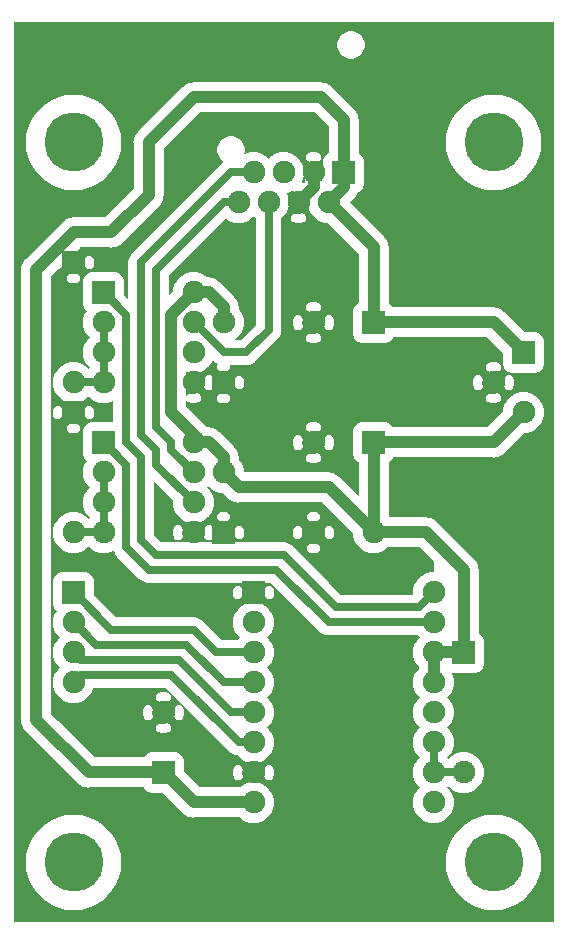
<source format=gbr>
G04 start of page 3 for group 1 idx 2 *
G04 Title: (unknown), bottom *
G04 Creator: pcb 20140316 *
G04 CreationDate: Wed 27 Jan 2016 09:28:51 PM GMT UTC *
G04 For: veox *
G04 Format: Gerber/RS-274X *
G04 PCB-Dimensions (mil): 1800.00 3000.00 *
G04 PCB-Coordinate-Origin: lower left *
%MOIN*%
%FSLAX25Y25*%
%LNBOTTOM*%
%ADD22C,0.0315*%
%ADD21C,0.1181*%
%ADD20C,0.1969*%
%ADD19C,0.0750*%
%ADD18C,0.0250*%
%ADD17C,0.0400*%
%ADD16C,0.0001*%
G54D16*G36*
X99997Y270000D02*X100429D01*
X105000Y265429D01*
Y256479D01*
X104884Y256431D01*
X104481Y256185D01*
X104122Y255878D01*
X103815Y255519D01*
X103569Y255116D01*
X103388Y254680D01*
X103278Y254221D01*
X103250Y253750D01*
X103275Y246528D01*
X103000Y246462D01*
Y250000D01*
X102972Y250471D01*
X102862Y250930D01*
X102681Y251366D01*
X102435Y251769D01*
X102128Y252128D01*
X101769Y252435D01*
X101366Y252681D01*
X100930Y252862D01*
X100471Y252972D01*
X100000Y253009D01*
X99997Y253009D01*
Y253750D01*
X100000Y253750D01*
X100400Y253729D01*
X100796Y253664D01*
X101029Y253628D01*
X101265Y253633D01*
X101498Y253675D01*
X101721Y253753D01*
X101929Y253865D01*
X102116Y254008D01*
X102280Y254178D01*
X102414Y254372D01*
X102517Y254585D01*
X102585Y254811D01*
X102617Y255045D01*
X102612Y255281D01*
X102570Y255513D01*
X102492Y255736D01*
X102380Y255944D01*
X102237Y256132D01*
X102067Y256295D01*
X101873Y256430D01*
X101660Y256532D01*
X101433Y256596D01*
X100722Y256721D01*
X100000Y256760D01*
X99997Y256760D01*
Y270000D01*
G37*
G36*
X89617D02*X99997D01*
Y256760D01*
X99278Y256721D01*
X98565Y256606D01*
X98338Y256538D01*
X98124Y256435D01*
X97930Y256299D01*
X97758Y256136D01*
X97615Y255947D01*
X97503Y255738D01*
X97425Y255514D01*
X97383Y255281D01*
X97378Y255044D01*
X97410Y254810D01*
X97478Y254583D01*
X97581Y254369D01*
X97716Y254175D01*
X97880Y254004D01*
X98069Y253860D01*
X98277Y253748D01*
X98501Y253670D01*
X98734Y253628D01*
X98971Y253623D01*
X99205Y253659D01*
X99600Y253729D01*
X99997Y253750D01*
Y253009D01*
X99529Y252972D01*
X99070Y252862D01*
X98634Y252681D01*
X98231Y252435D01*
X97872Y252128D01*
X97565Y251769D01*
X97319Y251366D01*
X97138Y250930D01*
X97028Y250471D01*
X97000Y250000D01*
Y246342D01*
X96873Y246430D01*
X96660Y246532D01*
X96433Y246596D01*
X95889Y246692D01*
X96033Y246926D01*
X96439Y247908D01*
X96687Y248941D01*
X96750Y250000D01*
X96687Y251059D01*
X96439Y252092D01*
X96033Y253074D01*
X95478Y253980D01*
X94788Y254788D01*
X93980Y255478D01*
X93074Y256033D01*
X92092Y256439D01*
X91059Y256687D01*
X90000Y256771D01*
X89617Y256741D01*
Y270000D01*
G37*
G36*
X165191Y300000D02*X180000D01*
Y0D01*
X165191D01*
Y5003D01*
X167215Y5841D01*
X169341Y7144D01*
X171237Y8763D01*
X172856Y10659D01*
X174159Y12785D01*
X175114Y15089D01*
X175696Y17514D01*
X175843Y20000D01*
X175696Y22486D01*
X175114Y24911D01*
X174159Y27215D01*
X172856Y29341D01*
X171237Y31237D01*
X169341Y32856D01*
X167215Y34159D01*
X165191Y34997D01*
Y158120D01*
X170326Y163255D01*
X171059Y163313D01*
X172092Y163561D01*
X173074Y163967D01*
X173980Y164522D01*
X174788Y165212D01*
X175478Y166020D01*
X176033Y166926D01*
X176439Y167908D01*
X176687Y168941D01*
X176750Y170000D01*
X176687Y171059D01*
X176439Y172092D01*
X176033Y173074D01*
X175478Y173980D01*
X174788Y174788D01*
X173980Y175478D01*
X173074Y176033D01*
X172092Y176439D01*
X171059Y176687D01*
X170000Y176771D01*
X168941Y176687D01*
X167908Y176439D01*
X166926Y176033D01*
X166020Y175478D01*
X165212Y174788D01*
X165191Y174763D01*
Y177386D01*
X165281Y177388D01*
X165513Y177430D01*
X165736Y177508D01*
X165944Y177620D01*
X166132Y177763D01*
X166295Y177933D01*
X166430Y178127D01*
X166532Y178340D01*
X166596Y178567D01*
X166721Y179278D01*
X166760Y180000D01*
X166721Y180722D01*
X166606Y181435D01*
X166538Y181662D01*
X166435Y181876D01*
X166299Y182070D01*
X166136Y182242D01*
X165947Y182385D01*
X165738Y182497D01*
X165514Y182575D01*
X165281Y182617D01*
X165191Y182619D01*
Y183441D01*
X165320Y183388D01*
X165779Y183278D01*
X166250Y183250D01*
X174221Y183278D01*
X174680Y183388D01*
X175116Y183569D01*
X175519Y183815D01*
X175878Y184122D01*
X176185Y184481D01*
X176431Y184884D01*
X176612Y185320D01*
X176722Y185779D01*
X176750Y186250D01*
X176722Y194221D01*
X176612Y194680D01*
X176431Y195116D01*
X176185Y195519D01*
X175878Y195878D01*
X175519Y196185D01*
X175116Y196431D01*
X174680Y196612D01*
X174221Y196722D01*
X173750Y196750D01*
X170333Y196738D01*
X165191Y201880D01*
Y245003D01*
X167215Y245841D01*
X169341Y247144D01*
X171237Y248763D01*
X172856Y250659D01*
X174159Y252785D01*
X175114Y255089D01*
X175696Y257514D01*
X175843Y260000D01*
X175696Y262486D01*
X175114Y264911D01*
X174159Y267215D01*
X172856Y269341D01*
X171237Y271237D01*
X169341Y272856D01*
X167215Y274159D01*
X165191Y274997D01*
Y300000D01*
G37*
G36*
Y201880D02*X163674Y203397D01*
X163546Y203546D01*
X162948Y204058D01*
X162277Y204469D01*
X161550Y204770D01*
X160785Y204954D01*
X160784Y204954D01*
X160000Y205015D01*
X159976Y205014D01*
Y244111D01*
X160000Y244109D01*
X162486Y244304D01*
X164911Y244886D01*
X165191Y245003D01*
Y201880D01*
G37*
G36*
Y174763D02*X164522Y173980D01*
X163967Y173074D01*
X163561Y172092D01*
X163313Y171059D01*
X163255Y170326D01*
X159976Y167047D01*
Y173242D01*
X160000Y173240D01*
X160722Y173279D01*
X161435Y173394D01*
X161662Y173462D01*
X161876Y173565D01*
X162070Y173701D01*
X162242Y173864D01*
X162385Y174053D01*
X162497Y174262D01*
X162575Y174486D01*
X162617Y174719D01*
X162622Y174956D01*
X162590Y175190D01*
X162522Y175417D01*
X162419Y175631D01*
X162284Y175825D01*
X162120Y175996D01*
X161931Y176140D01*
X161723Y176252D01*
X161499Y176330D01*
X161266Y176372D01*
X161029Y176377D01*
X160795Y176341D01*
X160400Y176271D01*
X160000Y176250D01*
X159976Y176251D01*
Y183749D01*
X160000Y183750D01*
X160400Y183729D01*
X160796Y183664D01*
X161029Y183628D01*
X161265Y183633D01*
X161498Y183675D01*
X161721Y183753D01*
X161929Y183865D01*
X162116Y184008D01*
X162280Y184178D01*
X162414Y184372D01*
X162517Y184585D01*
X162585Y184811D01*
X162617Y185045D01*
X162612Y185281D01*
X162570Y185513D01*
X162492Y185736D01*
X162380Y185944D01*
X162237Y186132D01*
X162067Y186295D01*
X161873Y186430D01*
X161660Y186532D01*
X161433Y186596D01*
X160722Y186721D01*
X160000Y186760D01*
X159976Y186758D01*
Y192953D01*
X163264Y189665D01*
X163278Y185779D01*
X163388Y185320D01*
X163569Y184884D01*
X163815Y184481D01*
X164122Y184122D01*
X164481Y183815D01*
X164884Y183569D01*
X165191Y183441D01*
Y182619D01*
X165044Y182622D01*
X164810Y182590D01*
X164583Y182522D01*
X164369Y182419D01*
X164175Y182284D01*
X164004Y182120D01*
X163860Y181931D01*
X163748Y181723D01*
X163670Y181499D01*
X163628Y181266D01*
X163623Y181029D01*
X163659Y180795D01*
X163729Y180400D01*
X163750Y180000D01*
X163729Y179600D01*
X163664Y179204D01*
X163628Y178971D01*
X163633Y178735D01*
X163675Y178502D01*
X163753Y178279D01*
X163865Y178071D01*
X164008Y177884D01*
X164178Y177720D01*
X164372Y177586D01*
X164585Y177483D01*
X164811Y177415D01*
X165045Y177383D01*
X165191Y177386D01*
Y174763D01*
G37*
G36*
Y34997D02*X164911Y35114D01*
X162486Y35696D01*
X160000Y35891D01*
X159976Y35889D01*
Y154987D01*
X160000Y154985D01*
X160784Y155046D01*
X160785Y155046D01*
X161550Y155230D01*
X162277Y155531D01*
X162948Y155942D01*
X163546Y156454D01*
X163674Y156603D01*
X165191Y158120D01*
Y34997D01*
G37*
G36*
Y0D02*X159976D01*
Y4111D01*
X160000Y4109D01*
X162486Y4304D01*
X164911Y4886D01*
X165191Y5003D01*
Y0D01*
G37*
G36*
X159976Y300000D02*X165191D01*
Y274997D01*
X164911Y275114D01*
X162486Y275696D01*
X160000Y275891D01*
X159976Y275889D01*
Y300000D01*
G37*
G36*
Y167047D02*X157929Y165000D01*
X154809D01*
Y177381D01*
X154956Y177378D01*
X155190Y177410D01*
X155417Y177478D01*
X155631Y177581D01*
X155825Y177716D01*
X155996Y177880D01*
X156140Y178069D01*
X156252Y178277D01*
X156330Y178501D01*
X156372Y178734D01*
X156377Y178971D01*
X156341Y179205D01*
X156271Y179600D01*
X156250Y180000D01*
X156271Y180400D01*
X156336Y180796D01*
X156372Y181029D01*
X156367Y181265D01*
X156325Y181498D01*
X156247Y181721D01*
X156135Y181929D01*
X155992Y182116D01*
X155822Y182280D01*
X155628Y182414D01*
X155415Y182517D01*
X155189Y182585D01*
X154955Y182617D01*
X154809Y182614D01*
Y195000D01*
X157929D01*
X159976Y192953D01*
Y186758D01*
X159278Y186721D01*
X158565Y186606D01*
X158338Y186538D01*
X158124Y186435D01*
X157930Y186299D01*
X157758Y186136D01*
X157615Y185947D01*
X157503Y185738D01*
X157425Y185514D01*
X157383Y185281D01*
X157378Y185044D01*
X157410Y184810D01*
X157478Y184583D01*
X157581Y184369D01*
X157716Y184175D01*
X157880Y184004D01*
X158069Y183860D01*
X158277Y183748D01*
X158501Y183670D01*
X158734Y183628D01*
X158971Y183623D01*
X159205Y183659D01*
X159600Y183729D01*
X159976Y183749D01*
Y176251D01*
X159600Y176271D01*
X159204Y176336D01*
X158971Y176372D01*
X158735Y176367D01*
X158502Y176325D01*
X158279Y176247D01*
X158071Y176135D01*
X157884Y175992D01*
X157720Y175822D01*
X157586Y175628D01*
X157483Y175415D01*
X157415Y175189D01*
X157383Y174955D01*
X157388Y174719D01*
X157430Y174487D01*
X157508Y174264D01*
X157620Y174056D01*
X157763Y173868D01*
X157933Y173705D01*
X158127Y173570D01*
X158340Y173468D01*
X158567Y173404D01*
X159278Y173279D01*
X159976Y173242D01*
Y167047D01*
G37*
G36*
X154809Y165000D02*X126479D01*
X126431Y165116D01*
X126185Y165519D01*
X125878Y165878D01*
X125519Y166185D01*
X125116Y166431D01*
X124680Y166612D01*
X124221Y166722D01*
X123750Y166750D01*
X115779Y166722D01*
X115320Y166612D01*
X114884Y166431D01*
X114481Y166185D01*
X114122Y165878D01*
X113815Y165519D01*
X113569Y165116D01*
X113388Y164680D01*
X113278Y164221D01*
X113250Y163750D01*
X113278Y155779D01*
X113388Y155320D01*
X113569Y154884D01*
X113815Y154481D01*
X114122Y154122D01*
X114481Y153815D01*
X114884Y153569D01*
X115000Y153521D01*
Y142071D01*
X108674Y148397D01*
X108546Y148546D01*
X107948Y149058D01*
X107532Y149313D01*
X107277Y149469D01*
X106550Y149770D01*
X105785Y149954D01*
X105191Y150000D01*
Y157386D01*
X105281Y157388D01*
X105513Y157430D01*
X105736Y157508D01*
X105944Y157620D01*
X106132Y157763D01*
X106295Y157933D01*
X106430Y158127D01*
X106532Y158340D01*
X106596Y158567D01*
X106721Y159278D01*
X106760Y160000D01*
X106721Y160722D01*
X106606Y161435D01*
X106538Y161662D01*
X106435Y161876D01*
X106299Y162070D01*
X106136Y162242D01*
X105947Y162385D01*
X105738Y162497D01*
X105514Y162575D01*
X105281Y162617D01*
X105191Y162619D01*
Y197386D01*
X105281Y197388D01*
X105513Y197430D01*
X105736Y197508D01*
X105944Y197620D01*
X106132Y197763D01*
X106295Y197933D01*
X106430Y198127D01*
X106532Y198340D01*
X106596Y198567D01*
X106721Y199278D01*
X106760Y200000D01*
X106721Y200722D01*
X106606Y201435D01*
X106538Y201662D01*
X106435Y201876D01*
X106299Y202070D01*
X106136Y202242D01*
X105947Y202385D01*
X105738Y202497D01*
X105514Y202575D01*
X105281Y202617D01*
X105191Y202619D01*
Y232738D01*
X115000Y222929D01*
Y206479D01*
X114884Y206431D01*
X114481Y206185D01*
X114122Y205878D01*
X113815Y205519D01*
X113569Y205116D01*
X113388Y204680D01*
X113278Y204221D01*
X113250Y203750D01*
X113278Y195779D01*
X113388Y195320D01*
X113569Y194884D01*
X113815Y194481D01*
X114122Y194122D01*
X114481Y193815D01*
X114884Y193569D01*
X115320Y193388D01*
X115779Y193278D01*
X116250Y193250D01*
X124221Y193278D01*
X124680Y193388D01*
X125116Y193569D01*
X125519Y193815D01*
X125878Y194122D01*
X126185Y194481D01*
X126431Y194884D01*
X126479Y195000D01*
X154809D01*
Y182614D01*
X154719Y182612D01*
X154487Y182570D01*
X154264Y182492D01*
X154056Y182380D01*
X153868Y182237D01*
X153705Y182067D01*
X153570Y181873D01*
X153468Y181660D01*
X153404Y181433D01*
X153279Y180722D01*
X153240Y180000D01*
X153279Y179278D01*
X153394Y178565D01*
X153462Y178338D01*
X153565Y178124D01*
X153701Y177930D01*
X153864Y177758D01*
X154053Y177615D01*
X154262Y177503D01*
X154486Y177425D01*
X154719Y177383D01*
X154809Y177381D01*
Y165000D01*
G37*
G36*
X105191Y150000D02*X105000Y150015D01*
X104804Y150000D01*
X100003D01*
Y153240D01*
X100722Y153279D01*
X101435Y153394D01*
X101662Y153462D01*
X101876Y153565D01*
X102070Y153701D01*
X102242Y153864D01*
X102385Y154053D01*
X102497Y154262D01*
X102575Y154486D01*
X102617Y154719D01*
X102622Y154956D01*
X102590Y155190D01*
X102522Y155417D01*
X102419Y155631D01*
X102284Y155825D01*
X102120Y155996D01*
X101931Y156140D01*
X101723Y156252D01*
X101499Y156330D01*
X101266Y156372D01*
X101029Y156377D01*
X100795Y156341D01*
X100400Y156271D01*
X100003Y156250D01*
Y163750D01*
X100400Y163729D01*
X100796Y163664D01*
X101029Y163628D01*
X101265Y163633D01*
X101498Y163675D01*
X101721Y163753D01*
X101929Y163865D01*
X102116Y164008D01*
X102280Y164178D01*
X102414Y164372D01*
X102517Y164585D01*
X102585Y164811D01*
X102617Y165045D01*
X102612Y165281D01*
X102570Y165513D01*
X102492Y165736D01*
X102380Y165944D01*
X102237Y166132D01*
X102067Y166295D01*
X101873Y166430D01*
X101660Y166532D01*
X101433Y166596D01*
X100722Y166721D01*
X100003Y166760D01*
Y193240D01*
X100722Y193279D01*
X101435Y193394D01*
X101662Y193462D01*
X101876Y193565D01*
X102070Y193701D01*
X102242Y193864D01*
X102385Y194053D01*
X102497Y194262D01*
X102575Y194486D01*
X102617Y194719D01*
X102622Y194956D01*
X102590Y195190D01*
X102522Y195417D01*
X102419Y195631D01*
X102284Y195825D01*
X102120Y195996D01*
X101931Y196140D01*
X101723Y196252D01*
X101499Y196330D01*
X101266Y196372D01*
X101029Y196377D01*
X100795Y196341D01*
X100400Y196271D01*
X100003Y196250D01*
Y203750D01*
X100400Y203729D01*
X100796Y203664D01*
X101029Y203628D01*
X101265Y203633D01*
X101498Y203675D01*
X101721Y203753D01*
X101929Y203865D01*
X102116Y204008D01*
X102280Y204178D01*
X102414Y204372D01*
X102517Y204585D01*
X102585Y204811D01*
X102617Y205045D01*
X102612Y205281D01*
X102570Y205513D01*
X102492Y205736D01*
X102380Y205944D01*
X102237Y206132D01*
X102067Y206295D01*
X101873Y206430D01*
X101660Y206532D01*
X101433Y206596D01*
X100722Y206721D01*
X100003Y206760D01*
Y235458D01*
X100212Y235212D01*
X101020Y234522D01*
X101926Y233967D01*
X102908Y233561D01*
X103941Y233313D01*
X104674Y233255D01*
X105191Y232738D01*
Y202619D01*
X105044Y202622D01*
X104810Y202590D01*
X104583Y202522D01*
X104369Y202419D01*
X104175Y202284D01*
X104004Y202120D01*
X103860Y201931D01*
X103748Y201723D01*
X103670Y201499D01*
X103628Y201266D01*
X103623Y201029D01*
X103659Y200795D01*
X103729Y200400D01*
X103750Y200000D01*
X103729Y199600D01*
X103664Y199204D01*
X103628Y198971D01*
X103633Y198735D01*
X103675Y198502D01*
X103753Y198279D01*
X103865Y198071D01*
X104008Y197884D01*
X104178Y197720D01*
X104372Y197586D01*
X104585Y197483D01*
X104811Y197415D01*
X105045Y197383D01*
X105191Y197386D01*
Y162619D01*
X105044Y162622D01*
X104810Y162590D01*
X104583Y162522D01*
X104369Y162419D01*
X104175Y162284D01*
X104004Y162120D01*
X103860Y161931D01*
X103748Y161723D01*
X103670Y161499D01*
X103628Y161266D01*
X103623Y161029D01*
X103659Y160795D01*
X103729Y160400D01*
X103750Y160000D01*
X103729Y159600D01*
X103664Y159204D01*
X103628Y158971D01*
X103633Y158735D01*
X103675Y158502D01*
X103753Y158279D01*
X103865Y158071D01*
X104008Y157884D01*
X104178Y157720D01*
X104372Y157586D01*
X104585Y157483D01*
X104811Y157415D01*
X105045Y157383D01*
X105191Y157386D01*
Y150000D01*
G37*
G36*
X100003Y150000D02*X95003D01*
Y157384D01*
X95190Y157410D01*
X95417Y157478D01*
X95631Y157581D01*
X95825Y157716D01*
X95996Y157880D01*
X96140Y158069D01*
X96252Y158277D01*
X96330Y158501D01*
X96372Y158734D01*
X96377Y158971D01*
X96341Y159205D01*
X96271Y159600D01*
X96250Y160000D01*
X96271Y160400D01*
X96336Y160796D01*
X96372Y161029D01*
X96367Y161265D01*
X96325Y161498D01*
X96247Y161721D01*
X96135Y161929D01*
X95992Y162116D01*
X95822Y162280D01*
X95628Y162414D01*
X95415Y162517D01*
X95189Y162585D01*
X95003Y162611D01*
Y197384D01*
X95190Y197410D01*
X95417Y197478D01*
X95631Y197581D01*
X95825Y197716D01*
X95996Y197880D01*
X96140Y198069D01*
X96252Y198277D01*
X96330Y198501D01*
X96372Y198734D01*
X96377Y198971D01*
X96341Y199205D01*
X96271Y199600D01*
X96250Y200000D01*
X96271Y200400D01*
X96336Y200796D01*
X96372Y201029D01*
X96367Y201265D01*
X96325Y201498D01*
X96247Y201721D01*
X96135Y201929D01*
X95992Y202116D01*
X95822Y202280D01*
X95628Y202414D01*
X95415Y202517D01*
X95189Y202585D01*
X95003Y202611D01*
Y233240D01*
X95722Y233279D01*
X96435Y233394D01*
X96662Y233462D01*
X96876Y233565D01*
X97070Y233701D01*
X97242Y233864D01*
X97385Y234053D01*
X97497Y234262D01*
X97575Y234486D01*
X97617Y234719D01*
X97622Y234956D01*
X97590Y235190D01*
X97522Y235417D01*
X97419Y235631D01*
X97284Y235825D01*
X97120Y235996D01*
X96931Y236140D01*
X96723Y236252D01*
X96499Y236330D01*
X96266Y236372D01*
X96029Y236377D01*
X95795Y236341D01*
X95400Y236271D01*
X95003Y236250D01*
Y236991D01*
X95471Y237028D01*
X95930Y237138D01*
X96366Y237319D01*
X96769Y237565D01*
X97121Y237879D01*
X98303Y239060D01*
X98313Y238941D01*
X98561Y237908D01*
X98967Y236926D01*
X99522Y236020D01*
X100003Y235458D01*
Y206760D01*
X100000Y206760D01*
X99278Y206721D01*
X98565Y206606D01*
X98338Y206538D01*
X98124Y206435D01*
X97930Y206299D01*
X97758Y206136D01*
X97615Y205947D01*
X97503Y205738D01*
X97425Y205514D01*
X97383Y205281D01*
X97378Y205044D01*
X97410Y204810D01*
X97478Y204583D01*
X97581Y204369D01*
X97716Y204175D01*
X97880Y204004D01*
X98069Y203860D01*
X98277Y203748D01*
X98501Y203670D01*
X98734Y203628D01*
X98971Y203623D01*
X99205Y203659D01*
X99600Y203729D01*
X100000Y203750D01*
X100003Y203750D01*
Y196250D01*
X100000Y196250D01*
X99600Y196271D01*
X99204Y196336D01*
X98971Y196372D01*
X98735Y196367D01*
X98502Y196325D01*
X98279Y196247D01*
X98071Y196135D01*
X97884Y195992D01*
X97720Y195822D01*
X97586Y195628D01*
X97483Y195415D01*
X97415Y195189D01*
X97383Y194955D01*
X97388Y194719D01*
X97430Y194487D01*
X97508Y194264D01*
X97620Y194056D01*
X97763Y193868D01*
X97933Y193705D01*
X98127Y193570D01*
X98340Y193468D01*
X98567Y193404D01*
X99278Y193279D01*
X100000Y193240D01*
X100003Y193240D01*
Y166760D01*
X100000Y166760D01*
X99278Y166721D01*
X98565Y166606D01*
X98338Y166538D01*
X98124Y166435D01*
X97930Y166299D01*
X97758Y166136D01*
X97615Y165947D01*
X97503Y165738D01*
X97425Y165514D01*
X97383Y165281D01*
X97378Y165044D01*
X97410Y164810D01*
X97478Y164583D01*
X97581Y164369D01*
X97716Y164175D01*
X97880Y164004D01*
X98069Y163860D01*
X98277Y163748D01*
X98501Y163670D01*
X98734Y163628D01*
X98971Y163623D01*
X99205Y163659D01*
X99600Y163729D01*
X100000Y163750D01*
X100003Y163750D01*
Y156250D01*
X100000Y156250D01*
X99600Y156271D01*
X99204Y156336D01*
X98971Y156372D01*
X98735Y156367D01*
X98502Y156325D01*
X98279Y156247D01*
X98071Y156135D01*
X97884Y155992D01*
X97720Y155822D01*
X97586Y155628D01*
X97483Y155415D01*
X97415Y155189D01*
X97383Y154955D01*
X97388Y154719D01*
X97430Y154487D01*
X97508Y154264D01*
X97620Y154056D01*
X97763Y153868D01*
X97933Y153705D01*
X98127Y153570D01*
X98340Y153468D01*
X98567Y153404D01*
X99278Y153279D01*
X100000Y153240D01*
X100003Y153240D01*
Y150000D01*
G37*
G36*
X95003D02*X89617D01*
Y235067D01*
X89788Y235212D01*
X90478Y236020D01*
X91033Y236926D01*
X91439Y237908D01*
X91687Y238941D01*
X91750Y240000D01*
X91687Y241059D01*
X91439Y242092D01*
X91033Y243074D01*
X90895Y243300D01*
X91059Y243313D01*
X92092Y243561D01*
X92979Y243928D01*
X93069Y243860D01*
X93277Y243748D01*
X93501Y243670D01*
X93734Y243628D01*
X93971Y243623D01*
X94205Y243659D01*
X94462Y243704D01*
X92879Y242121D01*
X92565Y241769D01*
X92319Y241366D01*
X92138Y240930D01*
X92028Y240471D01*
X91991Y240000D01*
X92028Y239529D01*
X92138Y239070D01*
X92319Y238634D01*
X92565Y238231D01*
X92872Y237872D01*
X93231Y237565D01*
X93634Y237319D01*
X94070Y237138D01*
X94529Y237028D01*
X95000Y236991D01*
X95003Y236991D01*
Y236250D01*
X95000Y236250D01*
X94600Y236271D01*
X94204Y236336D01*
X93971Y236372D01*
X93735Y236367D01*
X93502Y236325D01*
X93279Y236247D01*
X93071Y236135D01*
X92884Y235992D01*
X92720Y235822D01*
X92586Y235628D01*
X92483Y235415D01*
X92415Y235189D01*
X92383Y234955D01*
X92388Y234719D01*
X92430Y234487D01*
X92508Y234264D01*
X92620Y234056D01*
X92763Y233868D01*
X92933Y233705D01*
X93127Y233570D01*
X93340Y233468D01*
X93567Y233404D01*
X94278Y233279D01*
X95000Y233240D01*
X95003Y233240D01*
Y202611D01*
X94955Y202617D01*
X94719Y202612D01*
X94487Y202570D01*
X94264Y202492D01*
X94056Y202380D01*
X93868Y202237D01*
X93705Y202067D01*
X93570Y201873D01*
X93468Y201660D01*
X93404Y201433D01*
X93279Y200722D01*
X93240Y200000D01*
X93279Y199278D01*
X93394Y198565D01*
X93462Y198338D01*
X93565Y198124D01*
X93701Y197930D01*
X93864Y197758D01*
X94053Y197615D01*
X94262Y197503D01*
X94486Y197425D01*
X94719Y197383D01*
X94956Y197378D01*
X95003Y197384D01*
Y162611D01*
X94955Y162617D01*
X94719Y162612D01*
X94487Y162570D01*
X94264Y162492D01*
X94056Y162380D01*
X93868Y162237D01*
X93705Y162067D01*
X93570Y161873D01*
X93468Y161660D01*
X93404Y161433D01*
X93279Y160722D01*
X93240Y160000D01*
X93279Y159278D01*
X93394Y158565D01*
X93462Y158338D01*
X93565Y158124D01*
X93701Y157930D01*
X93864Y157758D01*
X94053Y157615D01*
X94262Y157503D01*
X94486Y157425D01*
X94719Y157383D01*
X94956Y157378D01*
X95003Y157384D01*
Y150000D01*
G37*
G36*
X159976Y0D02*X89617D01*
Y109372D01*
X101877Y97113D01*
X101986Y96986D01*
X102494Y96551D01*
X102494Y96551D01*
X102715Y96416D01*
X103065Y96202D01*
X103683Y95946D01*
X104333Y95789D01*
X104333D01*
X105000Y95737D01*
X105167Y95750D01*
X134753D01*
X135212Y95212D01*
X135461Y95000D01*
X135212Y94788D01*
X134522Y93980D01*
X133967Y93074D01*
X133561Y92092D01*
X133313Y91059D01*
X133229Y90000D01*
X133313Y88941D01*
X133561Y87908D01*
X133967Y86926D01*
X134522Y86020D01*
X135000Y85461D01*
Y84539D01*
X134522Y83980D01*
X133967Y83074D01*
X133561Y82092D01*
X133313Y81059D01*
X133229Y80000D01*
X133313Y78941D01*
X133561Y77908D01*
X133967Y76926D01*
X134522Y76020D01*
X135212Y75212D01*
X135461Y75000D01*
X135212Y74788D01*
X134522Y73980D01*
X133967Y73074D01*
X133561Y72092D01*
X133313Y71059D01*
X133229Y70000D01*
X133313Y68941D01*
X133561Y67908D01*
X133967Y66926D01*
X134522Y66020D01*
X135212Y65212D01*
X135461Y65000D01*
X135212Y64788D01*
X134522Y63980D01*
X133967Y63074D01*
X133561Y62092D01*
X133313Y61059D01*
X133229Y60000D01*
X133313Y58941D01*
X133561Y57908D01*
X133967Y56926D01*
X134522Y56020D01*
X135212Y55212D01*
X135461Y55000D01*
X135212Y54788D01*
X134522Y53980D01*
X133967Y53074D01*
X133561Y52092D01*
X133313Y51059D01*
X133229Y50000D01*
X133313Y48941D01*
X133561Y47908D01*
X133967Y46926D01*
X134522Y46020D01*
X135212Y45212D01*
X135461Y45000D01*
X135212Y44788D01*
X134522Y43980D01*
X133967Y43074D01*
X133561Y42092D01*
X133313Y41059D01*
X133229Y40000D01*
X133313Y38941D01*
X133561Y37908D01*
X133967Y36926D01*
X134522Y36020D01*
X135212Y35212D01*
X136020Y34522D01*
X136926Y33967D01*
X137908Y33561D01*
X138941Y33313D01*
X140000Y33229D01*
X141059Y33313D01*
X142092Y33561D01*
X143074Y33967D01*
X143980Y34522D01*
X144788Y35212D01*
X145478Y36020D01*
X146033Y36926D01*
X146439Y37908D01*
X146687Y38941D01*
X146750Y40000D01*
X146687Y41059D01*
X146439Y42092D01*
X146033Y43074D01*
X145478Y43980D01*
X144788Y44788D01*
X144539Y45000D01*
X144788Y45212D01*
X145000Y45461D01*
X145212Y45212D01*
X146020Y44522D01*
X146926Y43967D01*
X147908Y43561D01*
X148941Y43313D01*
X150000Y43229D01*
X151059Y43313D01*
X152092Y43561D01*
X153074Y43967D01*
X153980Y44522D01*
X154788Y45212D01*
X155478Y46020D01*
X156033Y46926D01*
X156439Y47908D01*
X156687Y48941D01*
X156750Y50000D01*
X156687Y51059D01*
X156439Y52092D01*
X156033Y53074D01*
X155478Y53980D01*
X154788Y54788D01*
X153980Y55478D01*
X153074Y56033D01*
X152092Y56439D01*
X151059Y56687D01*
X150000Y56771D01*
X148941Y56687D01*
X147908Y56439D01*
X146926Y56033D01*
X146020Y55478D01*
X145212Y54788D01*
X145000Y54539D01*
X144788Y54788D01*
X144539Y55000D01*
X144788Y55212D01*
X145478Y56020D01*
X146033Y56926D01*
X146439Y57908D01*
X146687Y58941D01*
X146750Y60000D01*
X146687Y61059D01*
X146439Y62092D01*
X146033Y63074D01*
X145478Y63980D01*
X144788Y64788D01*
X144539Y65000D01*
X144788Y65212D01*
X145478Y66020D01*
X146033Y66926D01*
X146439Y67908D01*
X146687Y68941D01*
X146750Y70000D01*
X146687Y71059D01*
X146439Y72092D01*
X146033Y73074D01*
X145478Y73980D01*
X144788Y74788D01*
X144539Y75000D01*
X144788Y75212D01*
X145478Y76020D01*
X146033Y76926D01*
X146439Y77908D01*
X146687Y78941D01*
X146750Y80000D01*
X146687Y81059D01*
X146439Y82092D01*
X146033Y83074D01*
X145913Y83270D01*
X146250Y83250D01*
X154221Y83278D01*
X154680Y83388D01*
X155116Y83569D01*
X155519Y83815D01*
X155878Y84122D01*
X156185Y84481D01*
X156431Y84884D01*
X156612Y85320D01*
X156722Y85779D01*
X156750Y86250D01*
X156722Y94221D01*
X156612Y94680D01*
X156431Y95116D01*
X156185Y95519D01*
X155878Y95878D01*
X155519Y96185D01*
X155116Y96431D01*
X155000Y96479D01*
Y117304D01*
X155015Y117500D01*
X154954Y118284D01*
X154954Y118285D01*
X154770Y119050D01*
X154469Y119777D01*
X154058Y120448D01*
X153546Y121046D01*
X153397Y121174D01*
X141174Y133397D01*
X141046Y133546D01*
X140448Y134058D01*
X139777Y134469D01*
X139050Y134770D01*
X138285Y134954D01*
X138284Y134954D01*
X137500Y135015D01*
X137304Y135000D01*
X125000D01*
Y153521D01*
X125116Y153569D01*
X125519Y153815D01*
X125878Y154122D01*
X126185Y154481D01*
X126431Y154884D01*
X126479Y155000D01*
X159804D01*
X159976Y154987D01*
Y35889D01*
X157514Y35696D01*
X155089Y35114D01*
X152785Y34159D01*
X150659Y32856D01*
X148763Y31237D01*
X147144Y29341D01*
X145841Y27215D01*
X144886Y24911D01*
X144304Y22486D01*
X144109Y20000D01*
X144304Y17514D01*
X144886Y15089D01*
X145841Y12785D01*
X147144Y10659D01*
X148763Y8763D01*
X150659Y7144D01*
X152785Y5841D01*
X155089Y4886D01*
X157514Y4304D01*
X159976Y4111D01*
Y0D01*
G37*
G36*
X112493Y300000D02*X159976D01*
Y275889D01*
X157514Y275696D01*
X155089Y275114D01*
X152785Y274159D01*
X150659Y272856D01*
X148763Y271237D01*
X147144Y269341D01*
X145841Y267215D01*
X144886Y264911D01*
X144304Y262486D01*
X144109Y260000D01*
X144304Y257514D01*
X144886Y255089D01*
X145841Y252785D01*
X147144Y250659D01*
X148763Y248763D01*
X150659Y247144D01*
X152785Y245841D01*
X155089Y244886D01*
X157514Y244304D01*
X159976Y244111D01*
Y205014D01*
X159804Y205000D01*
X126479D01*
X126431Y205116D01*
X126185Y205519D01*
X125878Y205878D01*
X125519Y206185D01*
X125116Y206431D01*
X125000Y206479D01*
Y224804D01*
X125015Y225000D01*
X124954Y225784D01*
X124954Y225785D01*
X124770Y226550D01*
X124469Y227277D01*
X124058Y227948D01*
X123546Y228546D01*
X123397Y228674D01*
X112493Y239578D01*
Y240422D01*
X113397Y241326D01*
X113546Y241454D01*
X114057Y242052D01*
X114058Y242052D01*
X114469Y242723D01*
X114758Y243420D01*
X115116Y243569D01*
X115519Y243815D01*
X115878Y244122D01*
X116185Y244481D01*
X116431Y244884D01*
X116612Y245320D01*
X116722Y245779D01*
X116750Y246250D01*
X116722Y254221D01*
X116612Y254680D01*
X116431Y255116D01*
X116185Y255519D01*
X115878Y255878D01*
X115519Y256185D01*
X115116Y256431D01*
X115000Y256479D01*
Y267304D01*
X115015Y267500D01*
X114954Y268285D01*
X114770Y269050D01*
X114469Y269777D01*
X114313Y270032D01*
X114058Y270448D01*
X113546Y271046D01*
X113397Y271174D01*
X112493Y272078D01*
Y287912D01*
X112500Y287911D01*
X113218Y287968D01*
X113918Y288136D01*
X114583Y288411D01*
X115197Y288787D01*
X115745Y289255D01*
X116213Y289803D01*
X116589Y290417D01*
X116864Y291082D01*
X117032Y291782D01*
X117075Y292500D01*
X117032Y293218D01*
X116864Y293918D01*
X116589Y294583D01*
X116213Y295197D01*
X115745Y295745D01*
X115197Y296213D01*
X114583Y296589D01*
X113918Y296864D01*
X113218Y297032D01*
X112500Y297089D01*
X112493Y297088D01*
Y300000D01*
G37*
G36*
Y239578D02*X112071Y240000D01*
X112493Y240422D01*
Y239578D01*
G37*
G36*
X89617Y300000D02*X112493D01*
Y297088D01*
X111782Y297032D01*
X111082Y296864D01*
X110417Y296589D01*
X109803Y296213D01*
X109255Y295745D01*
X108787Y295197D01*
X108411Y294583D01*
X108136Y293918D01*
X107968Y293218D01*
X107911Y292500D01*
X107968Y291782D01*
X108136Y291082D01*
X108411Y290417D01*
X108787Y289803D01*
X109255Y289255D01*
X109803Y288787D01*
X110417Y288411D01*
X111082Y288136D01*
X111782Y287968D01*
X112493Y287912D01*
Y272078D01*
X106174Y278397D01*
X106046Y278546D01*
X105448Y279058D01*
X105032Y279313D01*
X104777Y279469D01*
X104050Y279770D01*
X103285Y279954D01*
X102500Y280015D01*
X102304Y280000D01*
X89617D01*
Y300000D01*
G37*
G36*
Y150000D02*X77071D01*
X76730Y150341D01*
X76687Y151059D01*
X76439Y152092D01*
X76033Y153074D01*
X75478Y153980D01*
X75250Y154246D01*
Y177745D01*
X75485Y177764D01*
X75715Y177819D01*
X75933Y177909D01*
X76134Y178033D01*
X76314Y178186D01*
X76467Y178366D01*
X76591Y178567D01*
X76681Y178785D01*
X76736Y179015D01*
X76750Y179250D01*
Y180750D01*
X76736Y180985D01*
X76681Y181215D01*
X76591Y181433D01*
X76467Y181634D01*
X76314Y181814D01*
X76134Y181967D01*
X75933Y182091D01*
X75715Y182181D01*
X75485Y182236D01*
X75250Y182255D01*
Y185750D01*
X77333D01*
X77500Y185737D01*
X78167Y185789D01*
X78167Y185789D01*
X78817Y185946D01*
X79435Y186202D01*
X80006Y186551D01*
X80514Y186986D01*
X80623Y187113D01*
X87887Y194377D01*
X88014Y194486D01*
X88449Y194994D01*
X88449Y194994D01*
X88798Y195565D01*
X89054Y196183D01*
X89211Y196833D01*
X89263Y197500D01*
X89250Y197667D01*
Y234753D01*
X89617Y235067D01*
Y150000D01*
G37*
G36*
X75250Y154246D02*X75000Y154539D01*
Y154804D01*
X75015Y155000D01*
X74954Y155784D01*
X74954Y155785D01*
X74770Y156550D01*
X74469Y157277D01*
X74058Y157948D01*
X73546Y158546D01*
X73397Y158674D01*
X70000Y162071D01*
Y173250D01*
X70750D01*
X70985Y173264D01*
X71215Y173319D01*
X71433Y173409D01*
X71634Y173533D01*
X71814Y173686D01*
X71967Y173866D01*
X72091Y174067D01*
X72181Y174285D01*
X72236Y174515D01*
X72255Y174750D01*
X72236Y174985D01*
X72181Y175215D01*
X72091Y175433D01*
X71967Y175634D01*
X71814Y175814D01*
X71634Y175967D01*
X71433Y176091D01*
X71215Y176181D01*
X70985Y176236D01*
X70750Y176250D01*
X70000D01*
Y183750D01*
X70750D01*
X70985Y183764D01*
X71215Y183819D01*
X71433Y183909D01*
X71634Y184033D01*
X71814Y184186D01*
X71967Y184366D01*
X72091Y184567D01*
X72181Y184785D01*
X72236Y185015D01*
X72255Y185250D01*
X72236Y185485D01*
X72181Y185715D01*
X72166Y185750D01*
X75250D01*
Y182255D01*
X75015Y182236D01*
X74785Y182181D01*
X74567Y182091D01*
X74366Y181967D01*
X74186Y181814D01*
X74033Y181634D01*
X73909Y181433D01*
X73819Y181215D01*
X73764Y180985D01*
X73750Y180750D01*
Y179250D01*
X73764Y179015D01*
X73819Y178785D01*
X73909Y178567D01*
X74033Y178366D01*
X74186Y178186D01*
X74366Y178033D01*
X74567Y177909D01*
X74785Y177819D01*
X75015Y177764D01*
X75250Y177745D01*
Y154246D01*
G37*
G36*
X70000Y162071D02*X68674Y163397D01*
X68546Y163546D01*
X67948Y164058D01*
X67277Y164469D01*
X66550Y164770D01*
X65785Y164954D01*
X65784Y164954D01*
X65005Y165015D01*
Y177388D01*
X65045Y177383D01*
X65281Y177388D01*
X65513Y177430D01*
X65736Y177508D01*
X65944Y177620D01*
X66132Y177763D01*
X66295Y177933D01*
X66430Y178127D01*
X66532Y178340D01*
X66596Y178567D01*
X66721Y179278D01*
X66760Y180000D01*
X66721Y180722D01*
X66606Y181435D01*
X66538Y181662D01*
X66435Y181876D01*
X66299Y182070D01*
X66136Y182242D01*
X65947Y182385D01*
X65738Y182497D01*
X65514Y182575D01*
X65281Y182617D01*
X65044Y182622D01*
X65005Y182617D01*
Y185467D01*
X65478Y186020D01*
X66033Y186926D01*
X66335Y187655D01*
X66877Y187113D01*
X66986Y186986D01*
X67494Y186551D01*
X67494Y186551D01*
X68065Y186202D01*
X68083Y186194D01*
X68033Y186134D01*
X67909Y185933D01*
X67819Y185715D01*
X67764Y185485D01*
X67745Y185250D01*
X67764Y185015D01*
X67819Y184785D01*
X67909Y184567D01*
X68033Y184366D01*
X68186Y184186D01*
X68366Y184033D01*
X68567Y183909D01*
X68785Y183819D01*
X69015Y183764D01*
X69250Y183750D01*
X70000D01*
Y176250D01*
X69250D01*
X69015Y176236D01*
X68785Y176181D01*
X68567Y176091D01*
X68366Y175967D01*
X68186Y175814D01*
X68033Y175634D01*
X67909Y175433D01*
X67819Y175215D01*
X67764Y174985D01*
X67745Y174750D01*
X67764Y174515D01*
X67819Y174285D01*
X67909Y174067D01*
X68033Y173866D01*
X68186Y173686D01*
X68366Y173533D01*
X68567Y173409D01*
X68785Y173319D01*
X69015Y173264D01*
X69250Y173250D01*
X70000D01*
Y162071D01*
G37*
G36*
X65005Y165015D02*X65000Y165015D01*
X64804Y165000D01*
X64539D01*
X64105Y165371D01*
X64058Y165448D01*
X63546Y166046D01*
X63397Y166174D01*
X57500Y172071D01*
Y174287D01*
X57508Y174264D01*
X57620Y174056D01*
X57763Y173868D01*
X57933Y173705D01*
X58127Y173570D01*
X58340Y173468D01*
X58567Y173404D01*
X59278Y173279D01*
X60000Y173240D01*
X60722Y173279D01*
X61435Y173394D01*
X61662Y173462D01*
X61876Y173565D01*
X62070Y173701D01*
X62242Y173864D01*
X62385Y174053D01*
X62497Y174262D01*
X62575Y174486D01*
X62617Y174719D01*
X62622Y174956D01*
X62590Y175190D01*
X62522Y175417D01*
X62419Y175631D01*
X62284Y175825D01*
X62120Y175996D01*
X61931Y176140D01*
X61723Y176252D01*
X61499Y176330D01*
X61266Y176372D01*
X61029Y176377D01*
X60795Y176341D01*
X60400Y176271D01*
X60000Y176250D01*
X59600Y176271D01*
X59204Y176336D01*
X58971Y176372D01*
X58735Y176367D01*
X58502Y176325D01*
X58279Y176247D01*
X58071Y176135D01*
X57884Y175992D01*
X57720Y175822D01*
X57586Y175628D01*
X57500Y175451D01*
Y183729D01*
X57908Y183561D01*
X58941Y183313D01*
X60000Y183229D01*
X61059Y183313D01*
X62092Y183561D01*
X63074Y183967D01*
X63980Y184522D01*
X64788Y185212D01*
X65005Y185467D01*
Y182617D01*
X64810Y182590D01*
X64583Y182522D01*
X64369Y182419D01*
X64175Y182284D01*
X64004Y182120D01*
X63906Y181992D01*
X63866Y181967D01*
X63686Y181814D01*
X63533Y181634D01*
X63409Y181433D01*
X63319Y181215D01*
X63264Y180985D01*
X63250Y180750D01*
Y179250D01*
X63264Y179015D01*
X63319Y178785D01*
X63409Y178567D01*
X63533Y178366D01*
X63686Y178186D01*
X63866Y178033D01*
X63919Y178000D01*
X64008Y177884D01*
X64178Y177720D01*
X64372Y177586D01*
X64585Y177483D01*
X64811Y177415D01*
X65005Y177388D01*
Y165015D01*
G37*
G36*
X49990Y242172D02*X50015Y242500D01*
X50000Y242696D01*
Y257929D01*
X62071Y270000D01*
X89617D01*
Y256741D01*
X88941Y256687D01*
X87908Y256439D01*
X86926Y256033D01*
X86020Y255478D01*
X85212Y254788D01*
X85000Y254539D01*
X84788Y254788D01*
X83980Y255478D01*
X83074Y256033D01*
X82092Y256439D01*
X81059Y256687D01*
X80000Y256771D01*
X78941Y256687D01*
X77908Y256439D01*
X76926Y256033D01*
X76816Y255965D01*
X76864Y256082D01*
X77032Y256782D01*
X77075Y257500D01*
X77032Y258218D01*
X76864Y258918D01*
X76589Y259583D01*
X76213Y260197D01*
X75745Y260745D01*
X75197Y261213D01*
X74583Y261589D01*
X73918Y261864D01*
X73218Y262032D01*
X72500Y262089D01*
X71782Y262032D01*
X71082Y261864D01*
X70417Y261589D01*
X69803Y261213D01*
X69255Y260745D01*
X68787Y260197D01*
X68411Y259583D01*
X68136Y258918D01*
X67968Y258218D01*
X67911Y257500D01*
X67968Y256782D01*
X68136Y256082D01*
X68411Y255417D01*
X68787Y254803D01*
X69255Y254255D01*
X69803Y253787D01*
X70175Y253560D01*
X69994Y253449D01*
X69994Y253449D01*
X69486Y253014D01*
X69377Y252887D01*
X49990Y233500D01*
Y242172D01*
G37*
G36*
X85191Y35685D02*X85478Y36020D01*
X86033Y36926D01*
X86439Y37908D01*
X86687Y38941D01*
X86750Y40000D01*
X86687Y41059D01*
X86439Y42092D01*
X86033Y43074D01*
X85478Y43980D01*
X85191Y44315D01*
Y47386D01*
X85281Y47388D01*
X85513Y47430D01*
X85736Y47508D01*
X85944Y47620D01*
X86132Y47763D01*
X86295Y47933D01*
X86430Y48127D01*
X86532Y48340D01*
X86596Y48567D01*
X86721Y49278D01*
X86760Y50000D01*
X86721Y50722D01*
X86606Y51435D01*
X86538Y51662D01*
X86435Y51876D01*
X86299Y52070D01*
X86136Y52242D01*
X85947Y52385D01*
X85738Y52497D01*
X85514Y52575D01*
X85281Y52617D01*
X85191Y52619D01*
Y55685D01*
X85478Y56020D01*
X86033Y56926D01*
X86439Y57908D01*
X86687Y58941D01*
X86750Y60000D01*
X86687Y61059D01*
X86439Y62092D01*
X86033Y63074D01*
X85478Y63980D01*
X85191Y64315D01*
Y65685D01*
X85478Y66020D01*
X86033Y66926D01*
X86439Y67908D01*
X86687Y68941D01*
X86750Y70000D01*
X86687Y71059D01*
X86439Y72092D01*
X86033Y73074D01*
X85478Y73980D01*
X85191Y74315D01*
Y75685D01*
X85478Y76020D01*
X86033Y76926D01*
X86439Y77908D01*
X86687Y78941D01*
X86750Y80000D01*
X86687Y81059D01*
X86439Y82092D01*
X86033Y83074D01*
X85478Y83980D01*
X85191Y84315D01*
Y85685D01*
X85478Y86020D01*
X86033Y86926D01*
X86439Y87908D01*
X86687Y88941D01*
X86750Y90000D01*
X86687Y91059D01*
X86439Y92092D01*
X86033Y93074D01*
X85478Y93980D01*
X85191Y94315D01*
Y95685D01*
X85478Y96020D01*
X86033Y96926D01*
X86439Y97908D01*
X86687Y98941D01*
X86750Y100000D01*
X86687Y101059D01*
X86439Y102092D01*
X86033Y103074D01*
X85478Y103980D01*
X85191Y104315D01*
Y107750D01*
X85250Y107745D01*
X85485Y107764D01*
X85715Y107819D01*
X85933Y107909D01*
X86134Y108033D01*
X86314Y108186D01*
X86467Y108366D01*
X86591Y108567D01*
X86681Y108785D01*
X86736Y109015D01*
X86750Y109250D01*
Y110750D01*
X86736Y110985D01*
X86681Y111215D01*
X86591Y111433D01*
X86467Y111634D01*
X86314Y111814D01*
X86134Y111967D01*
X85933Y112091D01*
X85715Y112181D01*
X85485Y112236D01*
X85250Y112255D01*
X85191Y112250D01*
Y113250D01*
X85740D01*
X89617Y109372D01*
Y0D01*
X85191D01*
Y35685D01*
G37*
G36*
X74750Y95754D02*X75212Y95212D01*
X75461Y95000D01*
X75212Y94788D01*
X74753Y94250D01*
X74750D01*
Y95754D01*
G37*
G36*
X85191Y104315D02*X84788Y104788D01*
X83980Y105478D01*
X83074Y106033D01*
X82092Y106439D01*
X81059Y106687D01*
X80000Y106771D01*
X78941Y106687D01*
X77908Y106439D01*
X76926Y106033D01*
X76020Y105478D01*
X75212Y104788D01*
X74750Y104246D01*
Y107745D01*
X74985Y107764D01*
X75215Y107819D01*
X75433Y107909D01*
X75634Y108033D01*
X75814Y108186D01*
X75967Y108366D01*
X76091Y108567D01*
X76181Y108785D01*
X76236Y109015D01*
X76250Y109250D01*
Y110750D01*
X76236Y110985D01*
X76181Y111215D01*
X76091Y111433D01*
X75967Y111634D01*
X75814Y111814D01*
X75634Y111967D01*
X75433Y112091D01*
X75215Y112181D01*
X74985Y112236D01*
X74750Y112255D01*
Y113250D01*
X85191D01*
Y112250D01*
X85015Y112236D01*
X84785Y112181D01*
X84567Y112091D01*
X84366Y111967D01*
X84186Y111814D01*
X84033Y111634D01*
X83909Y111433D01*
X83819Y111215D01*
X83764Y110985D01*
X83750Y110750D01*
Y109250D01*
X83764Y109015D01*
X83819Y108785D01*
X83909Y108567D01*
X84033Y108366D01*
X84186Y108186D01*
X84366Y108033D01*
X84567Y107909D01*
X84785Y107819D01*
X85015Y107764D01*
X85191Y107750D01*
Y104315D01*
G37*
G36*
X74750Y104246D02*X74522Y103980D01*
X73967Y103074D01*
X73561Y102092D01*
X73313Y101059D01*
X73229Y100000D01*
X73313Y98941D01*
X73561Y97908D01*
X73967Y96926D01*
X74522Y96020D01*
X74750Y95754D01*
Y94250D01*
X69260D01*
X63123Y100387D01*
X63014Y100514D01*
X62506Y100949D01*
X61935Y101298D01*
X61317Y101554D01*
X60667Y101711D01*
X60667Y101711D01*
X60000Y101763D01*
X59834Y101750D01*
X55191D01*
Y113250D01*
X74750D01*
Y112255D01*
X74515Y112236D01*
X74285Y112181D01*
X74067Y112091D01*
X73866Y111967D01*
X73686Y111814D01*
X73533Y111634D01*
X73409Y111433D01*
X73319Y111215D01*
X73264Y110985D01*
X73250Y110750D01*
Y109250D01*
X73264Y109015D01*
X73319Y108785D01*
X73409Y108567D01*
X73533Y108366D01*
X73686Y108186D01*
X73866Y108033D01*
X74067Y107909D01*
X74285Y107819D01*
X74515Y107764D01*
X74750Y107745D01*
Y104246D01*
G37*
G36*
X85191Y94315D02*X84788Y94788D01*
X84539Y95000D01*
X84788Y95212D01*
X85191Y95685D01*
Y94315D01*
G37*
G36*
Y84315D02*X84788Y84788D01*
X84539Y85000D01*
X84788Y85212D01*
X85191Y85685D01*
Y84315D01*
G37*
G36*
Y74315D02*X84788Y74788D01*
X84539Y75000D01*
X84788Y75212D01*
X85191Y75685D01*
Y74315D01*
G37*
G36*
Y64315D02*X84788Y64788D01*
X84539Y65000D01*
X84788Y65212D01*
X85191Y65685D01*
Y64315D01*
G37*
G36*
Y44315D02*X84788Y44788D01*
X83980Y45478D01*
X83074Y46033D01*
X82092Y46439D01*
X81059Y46687D01*
X80000Y46771D01*
X78941Y46687D01*
X77908Y46439D01*
X76926Y46033D01*
X76020Y45478D01*
X75461Y45000D01*
X74809D01*
Y47381D01*
X74956Y47378D01*
X75190Y47410D01*
X75417Y47478D01*
X75631Y47581D01*
X75825Y47716D01*
X75996Y47880D01*
X76140Y48069D01*
X76252Y48277D01*
X76330Y48501D01*
X76372Y48734D01*
X76377Y48971D01*
X76341Y49205D01*
X76271Y49600D01*
X76250Y50000D01*
X76271Y50400D01*
X76336Y50796D01*
X76372Y51029D01*
X76367Y51265D01*
X76325Y51498D01*
X76247Y51721D01*
X76135Y51929D01*
X75992Y52116D01*
X75822Y52280D01*
X75628Y52414D01*
X75415Y52517D01*
X75189Y52585D01*
X74955Y52617D01*
X74809Y52614D01*
Y55685D01*
X75212Y55212D01*
X76020Y54522D01*
X76926Y53967D01*
X77908Y53561D01*
X78941Y53313D01*
X80000Y53229D01*
X81059Y53313D01*
X82092Y53561D01*
X83074Y53967D01*
X83980Y54522D01*
X84788Y55212D01*
X85191Y55685D01*
Y52619D01*
X85044Y52622D01*
X84810Y52590D01*
X84583Y52522D01*
X84369Y52419D01*
X84175Y52284D01*
X84004Y52120D01*
X83860Y51931D01*
X83748Y51723D01*
X83670Y51499D01*
X83628Y51266D01*
X83623Y51029D01*
X83659Y50795D01*
X83729Y50400D01*
X83750Y50000D01*
X83729Y49600D01*
X83664Y49204D01*
X83628Y48971D01*
X83633Y48735D01*
X83675Y48502D01*
X83753Y48279D01*
X83865Y48071D01*
X84008Y47884D01*
X84178Y47720D01*
X84372Y47586D01*
X84585Y47483D01*
X84811Y47415D01*
X85045Y47383D01*
X85191Y47386D01*
Y44315D01*
G37*
G36*
X74809Y45000D02*X62071D01*
X56736Y50335D01*
X56722Y54221D01*
X56612Y54680D01*
X56431Y55116D01*
X56185Y55519D01*
X55878Y55878D01*
X55519Y56185D01*
X55191Y56385D01*
Y67386D01*
X55281Y67388D01*
X55513Y67430D01*
X55736Y67508D01*
X55944Y67620D01*
X56132Y67763D01*
X56295Y67933D01*
X56430Y68127D01*
X56532Y68340D01*
X56596Y68567D01*
X56721Y69278D01*
X56760Y70000D01*
X56721Y70722D01*
X56606Y71435D01*
X56538Y71662D01*
X56435Y71876D01*
X56299Y72070D01*
X56136Y72242D01*
X55947Y72385D01*
X55738Y72497D01*
X55514Y72575D01*
X55281Y72617D01*
X55191Y72619D01*
Y73798D01*
X71877Y57113D01*
X71986Y56986D01*
X72494Y56551D01*
X72494Y56551D01*
X72715Y56416D01*
X73065Y56202D01*
X73683Y55946D01*
X74333Y55789D01*
X74333D01*
X74747Y55757D01*
X74809Y55685D01*
Y52614D01*
X74719Y52612D01*
X74487Y52570D01*
X74264Y52492D01*
X74056Y52380D01*
X73868Y52237D01*
X73705Y52067D01*
X73570Y51873D01*
X73468Y51660D01*
X73404Y51433D01*
X73279Y50722D01*
X73240Y50000D01*
X73279Y49278D01*
X73394Y48565D01*
X73462Y48338D01*
X73565Y48124D01*
X73701Y47930D01*
X73864Y47758D01*
X74053Y47615D01*
X74262Y47503D01*
X74486Y47425D01*
X74719Y47383D01*
X74809Y47381D01*
Y45000D01*
G37*
G36*
X55191Y37738D02*X56326Y36603D01*
X56454Y36454D01*
X57052Y35942D01*
X57307Y35786D01*
X57723Y35531D01*
X58237Y35318D01*
X58450Y35230D01*
X59215Y35046D01*
X59215D01*
X60000Y34985D01*
X60196Y35000D01*
X75461D01*
X76020Y34522D01*
X76926Y33967D01*
X77908Y33561D01*
X78941Y33313D01*
X80000Y33229D01*
X81059Y33313D01*
X82092Y33561D01*
X83074Y33967D01*
X83980Y34522D01*
X84788Y35212D01*
X85191Y35685D01*
Y0D01*
X55191D01*
Y37738D01*
G37*
G36*
Y101750D02*X49990D01*
Y113250D01*
X55191D01*
Y101750D01*
G37*
G36*
Y56385D02*X55116Y56431D01*
X54680Y56612D01*
X54221Y56722D01*
X53750Y56750D01*
X49990Y56737D01*
Y63241D01*
X50000Y63240D01*
X50722Y63279D01*
X51435Y63394D01*
X51662Y63462D01*
X51876Y63565D01*
X52070Y63701D01*
X52242Y63864D01*
X52385Y64053D01*
X52497Y64262D01*
X52575Y64486D01*
X52617Y64719D01*
X52622Y64956D01*
X52590Y65190D01*
X52522Y65417D01*
X52419Y65631D01*
X52284Y65825D01*
X52120Y65996D01*
X51931Y66140D01*
X51723Y66252D01*
X51499Y66330D01*
X51266Y66372D01*
X51029Y66377D01*
X50795Y66341D01*
X50400Y66271D01*
X50000Y66250D01*
X49990Y66251D01*
Y73749D01*
X50000Y73750D01*
X50400Y73729D01*
X50796Y73664D01*
X51029Y73628D01*
X51265Y73633D01*
X51498Y73675D01*
X51721Y73753D01*
X51929Y73865D01*
X52116Y74008D01*
X52280Y74178D01*
X52414Y74372D01*
X52517Y74585D01*
X52585Y74811D01*
X52617Y75045D01*
X52612Y75281D01*
X52570Y75513D01*
X52492Y75736D01*
X52380Y75944D01*
X52237Y76132D01*
X52067Y76295D01*
X51873Y76430D01*
X51660Y76532D01*
X51433Y76596D01*
X50722Y76721D01*
X50000Y76760D01*
X49990Y76759D01*
Y78250D01*
X50740D01*
X55191Y73798D01*
Y72619D01*
X55044Y72622D01*
X54810Y72590D01*
X54583Y72522D01*
X54369Y72419D01*
X54175Y72284D01*
X54004Y72120D01*
X53860Y71931D01*
X53748Y71723D01*
X53670Y71499D01*
X53628Y71266D01*
X53623Y71029D01*
X53659Y70795D01*
X53729Y70400D01*
X53750Y70000D01*
X53729Y69600D01*
X53664Y69204D01*
X53628Y68971D01*
X53633Y68735D01*
X53675Y68502D01*
X53753Y68279D01*
X53865Y68071D01*
X54008Y67884D01*
X54178Y67720D01*
X54372Y67586D01*
X54585Y67483D01*
X54811Y67415D01*
X55045Y67383D01*
X55191Y67386D01*
Y56385D01*
G37*
G36*
X49990Y42939D02*X55191Y37738D01*
Y0D01*
X49990D01*
Y42939D01*
G37*
G36*
Y300000D02*X89617D01*
Y280000D01*
X60196D01*
X60000Y280015D01*
X59215Y279954D01*
X58450Y279770D01*
X57723Y279469D01*
X57052Y279058D01*
X57052Y279057D01*
X56454Y278546D01*
X56326Y278397D01*
X49990Y272061D01*
Y300000D01*
G37*
G36*
X44809Y113252D02*X45000Y113237D01*
X45167Y113250D01*
X49990D01*
Y101750D01*
X44809D01*
Y113252D01*
G37*
G36*
Y235238D02*X48397Y238826D01*
X48546Y238954D01*
X49058Y239552D01*
X49469Y240223D01*
X49770Y240950D01*
X49954Y241715D01*
X49990Y242172D01*
Y233500D01*
X44809Y228319D01*
Y235238D01*
G37*
G36*
X49990Y56737D02*X45779Y56722D01*
X45320Y56612D01*
X44884Y56431D01*
X44809Y56385D01*
Y67381D01*
X44956Y67378D01*
X45190Y67410D01*
X45417Y67478D01*
X45631Y67581D01*
X45825Y67716D01*
X45996Y67880D01*
X46140Y68069D01*
X46252Y68277D01*
X46330Y68501D01*
X46372Y68734D01*
X46377Y68971D01*
X46341Y69205D01*
X46271Y69600D01*
X46250Y70000D01*
X46271Y70400D01*
X46336Y70796D01*
X46372Y71029D01*
X46367Y71265D01*
X46325Y71498D01*
X46247Y71721D01*
X46135Y71929D01*
X45992Y72116D01*
X45822Y72280D01*
X45628Y72414D01*
X45415Y72517D01*
X45189Y72585D01*
X44955Y72617D01*
X44809Y72614D01*
Y78250D01*
X49990D01*
Y76759D01*
X49278Y76721D01*
X48565Y76606D01*
X48338Y76538D01*
X48124Y76435D01*
X47930Y76299D01*
X47758Y76136D01*
X47615Y75947D01*
X47503Y75738D01*
X47425Y75514D01*
X47383Y75281D01*
X47378Y75044D01*
X47410Y74810D01*
X47478Y74583D01*
X47581Y74369D01*
X47716Y74175D01*
X47880Y74004D01*
X48069Y73860D01*
X48277Y73748D01*
X48501Y73670D01*
X48734Y73628D01*
X48971Y73623D01*
X49205Y73659D01*
X49600Y73729D01*
X49990Y73749D01*
Y66251D01*
X49600Y66271D01*
X49204Y66336D01*
X48971Y66372D01*
X48735Y66367D01*
X48502Y66325D01*
X48279Y66247D01*
X48071Y66135D01*
X47884Y65992D01*
X47720Y65822D01*
X47586Y65628D01*
X47483Y65415D01*
X47415Y65189D01*
X47383Y64955D01*
X47388Y64719D01*
X47430Y64487D01*
X47508Y64264D01*
X47620Y64056D01*
X47763Y63868D01*
X47933Y63705D01*
X48127Y63570D01*
X48340Y63468D01*
X48567Y63404D01*
X49278Y63279D01*
X49990Y63241D01*
Y56737D01*
G37*
G36*
X20000Y123229D02*X21059Y123313D01*
X22092Y123561D01*
X23074Y123967D01*
X23980Y124522D01*
X24788Y125212D01*
X25000Y125461D01*
X25212Y125212D01*
X26020Y124522D01*
X26926Y123967D01*
X27908Y123561D01*
X28941Y123313D01*
X30000Y123229D01*
X31059Y123313D01*
X32092Y123561D01*
X33074Y123967D01*
X33338Y124129D01*
X33446Y123683D01*
X33702Y123065D01*
X33916Y122715D01*
X34051Y122494D01*
X34051Y122494D01*
X34486Y121986D01*
X34613Y121877D01*
X41877Y114613D01*
X41986Y114486D01*
X42494Y114051D01*
X42494Y114051D01*
X43065Y113702D01*
X43683Y113446D01*
X44333Y113289D01*
X44809Y113252D01*
Y101750D01*
X34260D01*
X26739Y109271D01*
X26722Y114221D01*
X26612Y114680D01*
X26431Y115116D01*
X26185Y115519D01*
X25878Y115878D01*
X25519Y116185D01*
X25116Y116431D01*
X24680Y116612D01*
X24221Y116722D01*
X23750Y116750D01*
X20000Y116737D01*
Y123229D01*
G37*
G36*
X25250Y135180D02*X25461Y135000D01*
X25250Y134820D01*
Y135180D01*
G37*
G36*
Y145180D02*X25461Y145000D01*
X25250Y144820D01*
Y145180D01*
G37*
G36*
Y175180D02*X26020Y174522D01*
X26926Y173967D01*
X27908Y173561D01*
X28941Y173313D01*
X30000Y173229D01*
X31059Y173313D01*
X32092Y173561D01*
X33074Y173967D01*
X33250Y174075D01*
Y166748D01*
X25779Y166722D01*
X25320Y166612D01*
X25250Y166583D01*
Y167745D01*
X25485Y167764D01*
X25715Y167819D01*
X25933Y167909D01*
X26134Y168033D01*
X26314Y168186D01*
X26467Y168366D01*
X26591Y168567D01*
X26681Y168785D01*
X26736Y169015D01*
X26750Y169250D01*
Y170750D01*
X26736Y170985D01*
X26681Y171215D01*
X26591Y171433D01*
X26467Y171634D01*
X26314Y171814D01*
X26134Y171967D01*
X25933Y172091D01*
X25715Y172181D01*
X25485Y172236D01*
X25250Y172255D01*
Y175180D01*
G37*
G36*
X20000Y173229D02*X21059Y173313D01*
X22092Y173561D01*
X23074Y173967D01*
X23980Y174522D01*
X24788Y175212D01*
X25000Y175461D01*
X25212Y175212D01*
X25250Y175180D01*
Y172255D01*
X25015Y172236D01*
X24785Y172181D01*
X24567Y172091D01*
X24366Y171967D01*
X24186Y171814D01*
X24033Y171634D01*
X23909Y171433D01*
X23819Y171215D01*
X23764Y170985D01*
X23750Y170750D01*
Y169250D01*
X23764Y169015D01*
X23819Y168785D01*
X23909Y168567D01*
X24033Y168366D01*
X24186Y168186D01*
X24366Y168033D01*
X24567Y167909D01*
X24785Y167819D01*
X25015Y167764D01*
X25250Y167745D01*
Y166583D01*
X24884Y166431D01*
X24481Y166185D01*
X24122Y165878D01*
X23815Y165519D01*
X23569Y165116D01*
X23388Y164680D01*
X23278Y164221D01*
X23250Y163750D01*
X23278Y155779D01*
X23388Y155320D01*
X23569Y154884D01*
X23815Y154481D01*
X24122Y154122D01*
X24442Y153849D01*
X23967Y153074D01*
X23561Y152092D01*
X23313Y151059D01*
X23229Y150000D01*
X23313Y148941D01*
X23561Y147908D01*
X23967Y146926D01*
X24522Y146020D01*
X25212Y145212D01*
X25250Y145180D01*
Y144820D01*
X25212Y144788D01*
X24522Y143980D01*
X23967Y143074D01*
X23561Y142092D01*
X23313Y141059D01*
X23229Y140000D01*
X23313Y138941D01*
X23561Y137908D01*
X23967Y136926D01*
X24522Y136020D01*
X25212Y135212D01*
X25250Y135180D01*
Y134820D01*
X25212Y134788D01*
X25000Y134539D01*
X24788Y134788D01*
X23980Y135478D01*
X23074Y136033D01*
X22092Y136439D01*
X21059Y136687D01*
X20000Y136771D01*
Y163250D01*
X20750D01*
X20985Y163264D01*
X21215Y163319D01*
X21433Y163409D01*
X21634Y163533D01*
X21814Y163686D01*
X21967Y163866D01*
X22091Y164067D01*
X22181Y164285D01*
X22236Y164515D01*
X22255Y164750D01*
X22236Y164985D01*
X22181Y165215D01*
X22091Y165433D01*
X21967Y165634D01*
X21814Y165814D01*
X21634Y165967D01*
X21433Y166091D01*
X21215Y166181D01*
X20985Y166236D01*
X20750Y166250D01*
X20000D01*
Y173229D01*
G37*
G36*
X25250Y185180D02*X25461Y185000D01*
X25250Y184820D01*
Y185180D01*
G37*
G36*
Y195180D02*X25461Y195000D01*
X25250Y194820D01*
Y195180D01*
G37*
G36*
Y225000D02*X32304D01*
X32500Y224985D01*
X33284Y225046D01*
X33285Y225046D01*
X34050Y225230D01*
X34777Y225531D01*
X35448Y225942D01*
X36046Y226454D01*
X36174Y226603D01*
X44809Y235238D01*
Y228319D01*
X39613Y223123D01*
X39486Y223014D01*
X39051Y222506D01*
X38702Y221935D01*
X38446Y221317D01*
X38289Y220667D01*
X38289Y220667D01*
X38237Y220000D01*
X38250Y219834D01*
Y207760D01*
X36739Y209271D01*
X36722Y214221D01*
X36612Y214680D01*
X36431Y215116D01*
X36185Y215519D01*
X35878Y215878D01*
X35519Y216185D01*
X35116Y216431D01*
X34680Y216612D01*
X34221Y216722D01*
X33750Y216750D01*
X25779Y216722D01*
X25320Y216612D01*
X25250Y216583D01*
Y217745D01*
X25485Y217764D01*
X25715Y217819D01*
X25933Y217909D01*
X26134Y218033D01*
X26314Y218186D01*
X26467Y218366D01*
X26591Y218567D01*
X26681Y218785D01*
X26736Y219015D01*
X26750Y219250D01*
Y220750D01*
X26736Y220985D01*
X26681Y221215D01*
X26591Y221433D01*
X26467Y221634D01*
X26314Y221814D01*
X26134Y221967D01*
X25933Y222091D01*
X25715Y222181D01*
X25485Y222236D01*
X25250Y222255D01*
Y225000D01*
G37*
G36*
X20000Y222929D02*X20826Y223754D01*
X20985Y223764D01*
X21215Y223819D01*
X21433Y223909D01*
X21634Y224033D01*
X21814Y224186D01*
X21967Y224366D01*
X22091Y224567D01*
X22181Y224785D01*
X22233Y225000D01*
X25250D01*
Y222255D01*
X25015Y222236D01*
X24785Y222181D01*
X24567Y222091D01*
X24366Y221967D01*
X24186Y221814D01*
X24033Y221634D01*
X23909Y221433D01*
X23819Y221215D01*
X23764Y220985D01*
X23750Y220750D01*
Y219250D01*
X23764Y219015D01*
X23819Y218785D01*
X23909Y218567D01*
X24033Y218366D01*
X24186Y218186D01*
X24366Y218033D01*
X24567Y217909D01*
X24785Y217819D01*
X25015Y217764D01*
X25250Y217745D01*
Y216583D01*
X24884Y216431D01*
X24481Y216185D01*
X24122Y215878D01*
X23815Y215519D01*
X23569Y215116D01*
X23388Y214680D01*
X23278Y214221D01*
X23250Y213750D01*
X23278Y205779D01*
X23388Y205320D01*
X23569Y204884D01*
X23815Y204481D01*
X24122Y204122D01*
X24442Y203849D01*
X23967Y203074D01*
X23561Y202092D01*
X23313Y201059D01*
X23229Y200000D01*
X23313Y198941D01*
X23561Y197908D01*
X23967Y196926D01*
X24522Y196020D01*
X25212Y195212D01*
X25250Y195180D01*
Y194820D01*
X25212Y194788D01*
X24522Y193980D01*
X23967Y193074D01*
X23561Y192092D01*
X23313Y191059D01*
X23229Y190000D01*
X23313Y188941D01*
X23561Y187908D01*
X23967Y186926D01*
X24522Y186020D01*
X25212Y185212D01*
X25250Y185180D01*
Y184820D01*
X25212Y184788D01*
X25000Y184539D01*
X24788Y184788D01*
X23980Y185478D01*
X23074Y186033D01*
X22092Y186439D01*
X21059Y186687D01*
X20000Y186771D01*
Y213250D01*
X20750D01*
X20985Y213264D01*
X21215Y213319D01*
X21433Y213409D01*
X21634Y213533D01*
X21814Y213686D01*
X21967Y213866D01*
X22091Y214067D01*
X22181Y214285D01*
X22236Y214515D01*
X22255Y214750D01*
X22236Y214985D01*
X22181Y215215D01*
X22091Y215433D01*
X21967Y215634D01*
X21814Y215814D01*
X21634Y215967D01*
X21433Y216091D01*
X21215Y216181D01*
X20985Y216236D01*
X20750Y216250D01*
X20000D01*
Y222929D01*
G37*
G36*
X44809Y56385D02*X44481Y56185D01*
X44122Y55878D01*
X43815Y55519D01*
X43569Y55116D01*
X43521Y55000D01*
X27071D01*
X20000Y62071D01*
Y73229D01*
X21059Y73313D01*
X22092Y73561D01*
X23074Y73967D01*
X23980Y74522D01*
X24788Y75212D01*
X25478Y76020D01*
X26033Y76926D01*
X26439Y77908D01*
X26522Y78250D01*
X44809D01*
Y72614D01*
X44719Y72612D01*
X44487Y72570D01*
X44264Y72492D01*
X44056Y72380D01*
X43868Y72237D01*
X43705Y72067D01*
X43570Y71873D01*
X43468Y71660D01*
X43404Y71433D01*
X43279Y70722D01*
X43240Y70000D01*
X43279Y69278D01*
X43394Y68565D01*
X43462Y68338D01*
X43565Y68124D01*
X43701Y67930D01*
X43864Y67758D01*
X44053Y67615D01*
X44262Y67503D01*
X44486Y67425D01*
X44719Y67383D01*
X44809Y67381D01*
Y56385D01*
G37*
G36*
X14750Y85754D02*X15212Y85212D01*
X15461Y85000D01*
X15212Y84788D01*
X14750Y84246D01*
Y85754D01*
G37*
G36*
Y95754D02*X15212Y95212D01*
X15461Y95000D01*
X15212Y94788D01*
X14750Y94246D01*
Y95754D01*
G37*
G36*
Y125754D02*X15212Y125212D01*
X16020Y124522D01*
X16926Y123967D01*
X17908Y123561D01*
X18941Y123313D01*
X20000Y123229D01*
X20000D01*
Y116737D01*
X15779Y116722D01*
X15320Y116612D01*
X14884Y116431D01*
X14750Y116349D01*
Y125754D01*
G37*
G36*
Y175754D02*X15212Y175212D01*
X16020Y174522D01*
X16926Y173967D01*
X17908Y173561D01*
X18941Y173313D01*
X20000Y173229D01*
X20000D01*
Y166250D01*
X19250D01*
X19015Y166236D01*
X18785Y166181D01*
X18567Y166091D01*
X18366Y165967D01*
X18186Y165814D01*
X18033Y165634D01*
X17909Y165433D01*
X17819Y165215D01*
X17764Y164985D01*
X17745Y164750D01*
X17764Y164515D01*
X17819Y164285D01*
X17909Y164067D01*
X18033Y163866D01*
X18186Y163686D01*
X18366Y163533D01*
X18567Y163409D01*
X18785Y163319D01*
X19015Y163264D01*
X19250Y163250D01*
X20000D01*
Y136771D01*
X20000D01*
X18941Y136687D01*
X17908Y136439D01*
X16926Y136033D01*
X16020Y135478D01*
X15212Y134788D01*
X14750Y134246D01*
Y167745D01*
X14985Y167764D01*
X15215Y167819D01*
X15433Y167909D01*
X15634Y168033D01*
X15814Y168186D01*
X15967Y168366D01*
X16091Y168567D01*
X16181Y168785D01*
X16236Y169015D01*
X16250Y169250D01*
Y170750D01*
X16236Y170985D01*
X16181Y171215D01*
X16091Y171433D01*
X15967Y171634D01*
X15814Y171814D01*
X15634Y171967D01*
X15433Y172091D01*
X15215Y172181D01*
X14985Y172236D01*
X14750Y172255D01*
Y175754D01*
G37*
G36*
Y217679D02*X14822Y217751D01*
X14985Y217764D01*
X15215Y217819D01*
X15433Y217909D01*
X15634Y218033D01*
X15814Y218186D01*
X15967Y218366D01*
X16091Y218567D01*
X16181Y218785D01*
X16236Y219015D01*
X16246Y219174D01*
X20000Y222929D01*
Y216250D01*
X19250D01*
X19015Y216236D01*
X18785Y216181D01*
X18567Y216091D01*
X18366Y215967D01*
X18186Y215814D01*
X18033Y215634D01*
X17909Y215433D01*
X17819Y215215D01*
X17764Y214985D01*
X17745Y214750D01*
X17764Y214515D01*
X17819Y214285D01*
X17909Y214067D01*
X18033Y213866D01*
X18186Y213686D01*
X18366Y213533D01*
X18567Y213409D01*
X18785Y213319D01*
X19015Y213264D01*
X19250Y213250D01*
X20000D01*
Y186771D01*
X20000D01*
X18941Y186687D01*
X17908Y186439D01*
X16926Y186033D01*
X16020Y185478D01*
X15212Y184788D01*
X14750Y184246D01*
Y217679D01*
G37*
G36*
X20000Y62071D02*X14750Y67321D01*
Y75754D01*
X15212Y75212D01*
X16020Y74522D01*
X16926Y73967D01*
X17908Y73561D01*
X18941Y73313D01*
X20000Y73229D01*
X20000D01*
Y62071D01*
G37*
G36*
X14750Y67321D02*X12500Y69571D01*
Y215429D01*
X14750Y217679D01*
Y184246D01*
X14522Y183980D01*
X13967Y183074D01*
X13561Y182092D01*
X13313Y181059D01*
X13229Y180000D01*
X13313Y178941D01*
X13561Y177908D01*
X13967Y176926D01*
X14522Y176020D01*
X14750Y175754D01*
Y172255D01*
X14515Y172236D01*
X14285Y172181D01*
X14067Y172091D01*
X13866Y171967D01*
X13686Y171814D01*
X13533Y171634D01*
X13409Y171433D01*
X13319Y171215D01*
X13264Y170985D01*
X13250Y170750D01*
Y169250D01*
X13264Y169015D01*
X13319Y168785D01*
X13409Y168567D01*
X13533Y168366D01*
X13686Y168186D01*
X13866Y168033D01*
X14067Y167909D01*
X14285Y167819D01*
X14515Y167764D01*
X14750Y167745D01*
Y134246D01*
X14522Y133980D01*
X13967Y133074D01*
X13561Y132092D01*
X13313Y131059D01*
X13229Y130000D01*
X13313Y128941D01*
X13561Y127908D01*
X13967Y126926D01*
X14522Y126020D01*
X14750Y125754D01*
Y116349D01*
X14481Y116185D01*
X14122Y115878D01*
X13815Y115519D01*
X13569Y115116D01*
X13388Y114680D01*
X13278Y114221D01*
X13250Y113750D01*
X13278Y105779D01*
X13388Y105320D01*
X13569Y104884D01*
X13815Y104481D01*
X14122Y104122D01*
X14442Y103849D01*
X13967Y103074D01*
X13561Y102092D01*
X13313Y101059D01*
X13229Y100000D01*
X13313Y98941D01*
X13561Y97908D01*
X13967Y96926D01*
X14522Y96020D01*
X14750Y95754D01*
Y94246D01*
X14522Y93980D01*
X13967Y93074D01*
X13561Y92092D01*
X13313Y91059D01*
X13229Y90000D01*
X13313Y88941D01*
X13561Y87908D01*
X13967Y86926D01*
X14522Y86020D01*
X14750Y85754D01*
Y84246D01*
X14522Y83980D01*
X13967Y83074D01*
X13561Y82092D01*
X13313Y81059D01*
X13229Y80000D01*
X13313Y78941D01*
X13561Y77908D01*
X13967Y76926D01*
X14522Y76020D01*
X14750Y75754D01*
Y67321D01*
G37*
G36*
X19976Y47953D02*X21326Y46603D01*
X21454Y46454D01*
X22052Y45942D01*
X22307Y45786D01*
X22723Y45531D01*
X23237Y45318D01*
X23450Y45230D01*
X24215Y45046D01*
X24215D01*
X25000Y44985D01*
X25196Y45000D01*
X43521D01*
X43569Y44884D01*
X43815Y44481D01*
X44122Y44122D01*
X44481Y43815D01*
X44884Y43569D01*
X45320Y43388D01*
X45779Y43278D01*
X46250Y43250D01*
X49667Y43262D01*
X49990Y42939D01*
Y0D01*
X19976D01*
Y4111D01*
X20000Y4109D01*
X22486Y4304D01*
X24911Y4886D01*
X27215Y5841D01*
X29341Y7144D01*
X31237Y8763D01*
X32856Y10659D01*
X34159Y12785D01*
X35114Y15089D01*
X35696Y17514D01*
X35843Y20000D01*
X35696Y22486D01*
X35114Y24911D01*
X34159Y27215D01*
X32856Y29341D01*
X31237Y31237D01*
X29341Y32856D01*
X27215Y34159D01*
X24911Y35114D01*
X22486Y35696D01*
X20000Y35891D01*
X19976Y35889D01*
Y47953D01*
G37*
G36*
Y300000D02*X49990D01*
Y272061D01*
X41603Y263674D01*
X41454Y263546D01*
X40942Y262948D01*
X40531Y262277D01*
X40230Y261550D01*
X40046Y260785D01*
X40046Y260784D01*
X39985Y260000D01*
X40000Y259804D01*
Y244571D01*
X30429Y235000D01*
X20196D01*
X20000Y235015D01*
X19976Y235014D01*
Y244111D01*
X20000Y244109D01*
X22486Y244304D01*
X24911Y244886D01*
X27215Y245841D01*
X29341Y247144D01*
X31237Y248763D01*
X32856Y250659D01*
X34159Y252785D01*
X35114Y255089D01*
X35696Y257514D01*
X35843Y260000D01*
X35696Y262486D01*
X35114Y264911D01*
X34159Y267215D01*
X32856Y269341D01*
X31237Y271237D01*
X29341Y272856D01*
X27215Y274159D01*
X24911Y275114D01*
X22486Y275696D01*
X20000Y275891D01*
X19976Y275889D01*
Y300000D01*
G37*
G36*
X0D02*X19976D01*
Y275889D01*
X17514Y275696D01*
X15089Y275114D01*
X12785Y274159D01*
X10659Y272856D01*
X8763Y271237D01*
X7144Y269341D01*
X5841Y267215D01*
X4886Y264911D01*
X4304Y262486D01*
X4109Y260000D01*
X4304Y257514D01*
X4886Y255089D01*
X5841Y252785D01*
X7144Y250659D01*
X8763Y248763D01*
X10659Y247144D01*
X12785Y245841D01*
X15089Y244886D01*
X17514Y244304D01*
X19976Y244111D01*
Y235014D01*
X19215Y234954D01*
X18450Y234770D01*
X17723Y234469D01*
X17052Y234058D01*
X16454Y233546D01*
X16326Y233397D01*
X4103Y221174D01*
X3954Y221046D01*
X3442Y220448D01*
X3031Y219777D01*
X2730Y219050D01*
X2546Y218285D01*
X2546Y218284D01*
X2485Y217500D01*
X2500Y217304D01*
Y67696D01*
X2485Y67500D01*
X2546Y66715D01*
Y66715D01*
X2730Y65950D01*
X2818Y65737D01*
X3031Y65223D01*
X3286Y64807D01*
X3442Y64552D01*
X3954Y63954D01*
X4103Y63826D01*
X19976Y47953D01*
Y35889D01*
X17514Y35696D01*
X15089Y35114D01*
X12785Y34159D01*
X10659Y32856D01*
X8763Y31237D01*
X7144Y29341D01*
X5841Y27215D01*
X4886Y24911D01*
X4304Y22486D01*
X4109Y20000D01*
X4304Y17514D01*
X4886Y15089D01*
X5841Y12785D01*
X7144Y10659D01*
X8763Y8763D01*
X10659Y7144D01*
X12785Y5841D01*
X15089Y4886D01*
X17514Y4304D01*
X19976Y4111D01*
Y0D01*
X0D01*
Y300000D01*
G37*
G54D17*X95000Y240000D02*X100000Y245000D01*
Y250000D01*
G54D16*G36*
X80750Y234753D02*Y199260D01*
X75740Y194250D01*
X73535D01*
X73980Y194522D01*
X74788Y195212D01*
X75478Y196020D01*
X76033Y196926D01*
X76439Y197908D01*
X76687Y198941D01*
X76750Y200000D01*
X76687Y201059D01*
X76439Y202092D01*
X76033Y203074D01*
X75478Y203980D01*
X75000Y204539D01*
Y204804D01*
X75015Y205000D01*
X74954Y205784D01*
X74954Y205785D01*
X74770Y206550D01*
X74469Y207277D01*
X74058Y207948D01*
X73546Y208546D01*
X73397Y208674D01*
X68674Y213397D01*
X68546Y213546D01*
X67948Y214058D01*
X67277Y214469D01*
X66550Y214770D01*
X65785Y214954D01*
X65784Y214954D01*
X65000Y215015D01*
X64804Y215000D01*
X64539D01*
X63980Y215478D01*
X63074Y216033D01*
X62092Y216439D01*
X61059Y216687D01*
X60000Y216771D01*
X58941Y216687D01*
X57908Y216439D01*
X56926Y216033D01*
X56020Y215478D01*
X55212Y214788D01*
X54522Y213980D01*
X53967Y213074D01*
X53561Y212092D01*
X53313Y211059D01*
X53255Y210326D01*
X51750Y208821D01*
Y215740D01*
X70757Y234747D01*
X71020Y234522D01*
X71926Y233967D01*
X72908Y233561D01*
X73941Y233313D01*
X75000Y233229D01*
X76059Y233313D01*
X77092Y233561D01*
X78074Y233967D01*
X78980Y234522D01*
X79788Y235212D01*
X80000Y235461D01*
X80212Y235212D01*
X80750Y234753D01*
G37*
G36*
X140000Y120429D02*Y116771D01*
X138941Y116687D01*
X137908Y116439D01*
X136926Y116033D01*
X136020Y115478D01*
X135212Y114788D01*
X134522Y113980D01*
X133967Y113074D01*
X133561Y112092D01*
X133313Y111059D01*
X133229Y110000D01*
X133285Y109295D01*
X133240Y109250D01*
X109260D01*
X105250Y113260D01*
Y127745D01*
X105485Y127764D01*
X105715Y127819D01*
X105933Y127909D01*
X106134Y128033D01*
X106314Y128186D01*
X106467Y128366D01*
X106591Y128567D01*
X106681Y128785D01*
X106736Y129015D01*
X106750Y129250D01*
Y130750D01*
X106736Y130985D01*
X106681Y131215D01*
X106591Y131433D01*
X106467Y131634D01*
X106314Y131814D01*
X106134Y131967D01*
X105933Y132091D01*
X105715Y132181D01*
X105485Y132236D01*
X105250Y132255D01*
Y137679D01*
X113255Y129674D01*
X113313Y128941D01*
X113561Y127908D01*
X113967Y126926D01*
X114522Y126020D01*
X115212Y125212D01*
X116020Y124522D01*
X116926Y123967D01*
X117908Y123561D01*
X118941Y123313D01*
X120000Y123229D01*
X121059Y123313D01*
X122092Y123561D01*
X123074Y123967D01*
X123980Y124522D01*
X124539Y125000D01*
X135429D01*
X140000Y120429D01*
G37*
G36*
X105250Y113260D02*X100000Y118510D01*
Y123250D01*
X100750D01*
X100985Y123264D01*
X101215Y123319D01*
X101433Y123409D01*
X101634Y123533D01*
X101814Y123686D01*
X101967Y123866D01*
X102091Y124067D01*
X102181Y124285D01*
X102236Y124515D01*
X102255Y124750D01*
X102236Y124985D01*
X102181Y125215D01*
X102091Y125433D01*
X101967Y125634D01*
X101814Y125814D01*
X101634Y125967D01*
X101433Y126091D01*
X101215Y126181D01*
X100985Y126236D01*
X100750Y126250D01*
X100000D01*
Y133750D01*
X100750D01*
X100985Y133764D01*
X101215Y133819D01*
X101433Y133909D01*
X101634Y134033D01*
X101814Y134186D01*
X101967Y134366D01*
X102091Y134567D01*
X102181Y134785D01*
X102236Y135015D01*
X102255Y135250D01*
X102236Y135485D01*
X102181Y135715D01*
X102091Y135933D01*
X101967Y136134D01*
X101814Y136314D01*
X101634Y136467D01*
X101433Y136591D01*
X101215Y136681D01*
X100985Y136736D01*
X100750Y136750D01*
X100000D01*
Y140000D01*
X102929D01*
X105250Y137679D01*
Y132255D01*
X105015Y132236D01*
X104785Y132181D01*
X104567Y132091D01*
X104366Y131967D01*
X104186Y131814D01*
X104033Y131634D01*
X103909Y131433D01*
X103819Y131215D01*
X103764Y130985D01*
X103750Y130750D01*
Y129250D01*
X103764Y129015D01*
X103819Y128785D01*
X103909Y128567D01*
X104033Y128366D01*
X104186Y128186D01*
X104366Y128033D01*
X104567Y127909D01*
X104785Y127819D01*
X105015Y127764D01*
X105250Y127745D01*
Y113260D01*
G37*
G36*
X100000Y118510D02*X94750Y123760D01*
Y127745D01*
X94985Y127764D01*
X95215Y127819D01*
X95433Y127909D01*
X95634Y128033D01*
X95814Y128186D01*
X95967Y128366D01*
X96091Y128567D01*
X96181Y128785D01*
X96236Y129015D01*
X96250Y129250D01*
Y130750D01*
X96236Y130985D01*
X96181Y131215D01*
X96091Y131433D01*
X95967Y131634D01*
X95814Y131814D01*
X95634Y131967D01*
X95433Y132091D01*
X95215Y132181D01*
X94985Y132236D01*
X94750Y132255D01*
Y140000D01*
X100000D01*
Y136750D01*
X99250D01*
X99015Y136736D01*
X98785Y136681D01*
X98567Y136591D01*
X98366Y136467D01*
X98186Y136314D01*
X98033Y136134D01*
X97909Y135933D01*
X97819Y135715D01*
X97764Y135485D01*
X97745Y135250D01*
X97764Y135015D01*
X97819Y134785D01*
X97909Y134567D01*
X98033Y134366D01*
X98186Y134186D01*
X98366Y134033D01*
X98567Y133909D01*
X98785Y133819D01*
X99015Y133764D01*
X99250Y133750D01*
X100000D01*
Y126250D01*
X99250D01*
X99015Y126236D01*
X98785Y126181D01*
X98567Y126091D01*
X98366Y125967D01*
X98186Y125814D01*
X98033Y125634D01*
X97909Y125433D01*
X97819Y125215D01*
X97764Y124985D01*
X97745Y124750D01*
X97764Y124515D01*
X97819Y124285D01*
X97909Y124067D01*
X98033Y123866D01*
X98186Y123686D01*
X98366Y123533D01*
X98567Y123409D01*
X98785Y123319D01*
X99015Y123264D01*
X99250Y123250D01*
X100000D01*
Y118510D01*
G37*
G36*
X94750Y123760D02*X93123Y125387D01*
X93014Y125514D01*
X92506Y125949D01*
X92506Y125949D01*
X92156Y126163D01*
X91935Y126298D01*
X91317Y126554D01*
X90667Y126711D01*
X90000Y126763D01*
X89833Y126750D01*
X75250D01*
Y127745D01*
X75485Y127764D01*
X75715Y127819D01*
X75933Y127909D01*
X76134Y128033D01*
X76314Y128186D01*
X76467Y128366D01*
X76591Y128567D01*
X76681Y128785D01*
X76736Y129015D01*
X76750Y129250D01*
Y130750D01*
X76736Y130985D01*
X76681Y131215D01*
X76591Y131433D01*
X76467Y131634D01*
X76314Y131814D01*
X76134Y131967D01*
X75933Y132091D01*
X75715Y132181D01*
X75485Y132236D01*
X75250Y132255D01*
Y140000D01*
X94750D01*
Y132255D01*
X94515Y132236D01*
X94285Y132181D01*
X94067Y132091D01*
X93866Y131967D01*
X93686Y131814D01*
X93533Y131634D01*
X93409Y131433D01*
X93319Y131215D01*
X93264Y130985D01*
X93250Y130750D01*
Y129250D01*
X93264Y129015D01*
X93319Y128785D01*
X93409Y128567D01*
X93533Y128366D01*
X93686Y128186D01*
X93866Y128033D01*
X94067Y127909D01*
X94285Y127819D01*
X94515Y127764D01*
X94750Y127745D01*
Y123760D01*
G37*
G36*
X75250Y126750D02*X70000D01*
Y133750D01*
X70750D01*
X70985Y133764D01*
X71215Y133819D01*
X71433Y133909D01*
X71634Y134033D01*
X71814Y134186D01*
X71967Y134366D01*
X72091Y134567D01*
X72181Y134785D01*
X72236Y135015D01*
X72255Y135250D01*
X72236Y135485D01*
X72181Y135715D01*
X72091Y135933D01*
X71967Y136134D01*
X71814Y136314D01*
X71634Y136467D01*
X71433Y136591D01*
X71215Y136681D01*
X70985Y136736D01*
X70750Y136750D01*
X70000D01*
Y142929D01*
X71326Y141603D01*
X71454Y141454D01*
X72052Y140943D01*
X72052Y140942D01*
X72723Y140531D01*
X73450Y140230D01*
X74215Y140046D01*
X75000Y139985D01*
X75196Y140000D01*
X75250D01*
Y132255D01*
X75015Y132236D01*
X74785Y132181D01*
X74567Y132091D01*
X74366Y131967D01*
X74186Y131814D01*
X74033Y131634D01*
X73909Y131433D01*
X73819Y131215D01*
X73764Y130985D01*
X73750Y130750D01*
Y129250D01*
X73764Y129015D01*
X73819Y128785D01*
X73909Y128567D01*
X74033Y128366D01*
X74186Y128186D01*
X74366Y128033D01*
X74567Y127909D01*
X74785Y127819D01*
X75015Y127764D01*
X75250Y127745D01*
Y126750D01*
G37*
G36*
X70000D02*X65005D01*
Y127388D01*
X65045Y127383D01*
X65281Y127388D01*
X65513Y127430D01*
X65736Y127508D01*
X65944Y127620D01*
X66132Y127763D01*
X66295Y127933D01*
X66430Y128127D01*
X66532Y128340D01*
X66596Y128567D01*
X66721Y129278D01*
X66760Y130000D01*
X66721Y130722D01*
X66606Y131435D01*
X66538Y131662D01*
X66435Y131876D01*
X66299Y132070D01*
X66136Y132242D01*
X65947Y132385D01*
X65738Y132497D01*
X65514Y132575D01*
X65281Y132617D01*
X65044Y132622D01*
X65005Y132617D01*
Y135467D01*
X65478Y136020D01*
X66033Y136926D01*
X66439Y137908D01*
X66687Y138941D01*
X66750Y140000D01*
X66687Y141059D01*
X66439Y142092D01*
X66033Y143074D01*
X65478Y143980D01*
X65005Y144533D01*
Y145455D01*
X65212Y145212D01*
X66020Y144522D01*
X66926Y143967D01*
X67908Y143561D01*
X68941Y143313D01*
X69674Y143255D01*
X70000Y142929D01*
Y136750D01*
X69250D01*
X69015Y136736D01*
X68785Y136681D01*
X68567Y136591D01*
X68366Y136467D01*
X68186Y136314D01*
X68033Y136134D01*
X67909Y135933D01*
X67819Y135715D01*
X67764Y135485D01*
X67745Y135250D01*
X67764Y135015D01*
X67819Y134785D01*
X67909Y134567D01*
X68033Y134366D01*
X68186Y134186D01*
X68366Y134033D01*
X68567Y133909D01*
X68785Y133819D01*
X69015Y133764D01*
X69250Y133750D01*
X70000D01*
Y126750D01*
G37*
G36*
X65005Y144533D02*X64788Y144788D01*
X64539Y145000D01*
X64788Y145212D01*
X65000Y145461D01*
X65005Y145455D01*
Y144533D01*
G37*
G36*
Y126750D02*X54809D01*
Y127381D01*
X54956Y127378D01*
X55190Y127410D01*
X55417Y127478D01*
X55631Y127581D01*
X55825Y127716D01*
X55996Y127880D01*
X56140Y128069D01*
X56252Y128277D01*
X56330Y128501D01*
X56372Y128734D01*
X56377Y128971D01*
X56341Y129205D01*
X56271Y129600D01*
X56250Y130000D01*
X56271Y130400D01*
X56336Y130796D01*
X56372Y131029D01*
X56367Y131265D01*
X56325Y131498D01*
X56247Y131721D01*
X56135Y131929D01*
X55992Y132116D01*
X55822Y132280D01*
X55628Y132414D01*
X55415Y132517D01*
X55189Y132585D01*
X54955Y132617D01*
X54809Y132614D01*
Y135685D01*
X55212Y135212D01*
X56020Y134522D01*
X56926Y133967D01*
X57908Y133561D01*
X58941Y133313D01*
X60000Y133229D01*
X61059Y133313D01*
X62092Y133561D01*
X63074Y133967D01*
X63980Y134522D01*
X64788Y135212D01*
X65005Y135467D01*
Y132617D01*
X64810Y132590D01*
X64583Y132522D01*
X64369Y132419D01*
X64175Y132284D01*
X64004Y132120D01*
X63906Y131992D01*
X63866Y131967D01*
X63686Y131814D01*
X63533Y131634D01*
X63409Y131433D01*
X63319Y131215D01*
X63264Y130985D01*
X63250Y130750D01*
Y129250D01*
X63264Y129015D01*
X63319Y128785D01*
X63409Y128567D01*
X63533Y128366D01*
X63686Y128186D01*
X63866Y128033D01*
X63919Y128000D01*
X64008Y127884D01*
X64178Y127720D01*
X64372Y127586D01*
X64585Y127483D01*
X64811Y127415D01*
X65005Y127388D01*
Y126750D01*
G37*
G36*
X54809D02*X49260D01*
X46750Y129260D01*
Y147240D01*
X53285Y140705D01*
X53229Y140000D01*
X53313Y138941D01*
X53561Y137908D01*
X53967Y136926D01*
X54522Y136020D01*
X54809Y135685D01*
Y132614D01*
X54719Y132612D01*
X54487Y132570D01*
X54264Y132492D01*
X54056Y132380D01*
X53868Y132237D01*
X53705Y132067D01*
X53570Y131873D01*
X53467Y131660D01*
X53404Y131433D01*
X53279Y130722D01*
X53240Y130000D01*
X53279Y129278D01*
X53394Y128565D01*
X53462Y128338D01*
X53565Y128124D01*
X53701Y127930D01*
X53864Y127758D01*
X54053Y127615D01*
X54262Y127503D01*
X54486Y127425D01*
X54719Y127383D01*
X54809Y127381D01*
Y126750D01*
G37*
G54D17*X110000Y245000D02*X105000Y240000D01*
X120000Y225000D01*
Y200000D01*
X110000Y245000D02*Y267500D01*
X120000Y200000D02*X160000D01*
X170000Y190000D01*
Y170000D02*X160000Y160000D01*
X120000D01*
Y130000D02*Y160000D01*
X105000Y145000D02*X120000Y130000D01*
X65000Y210000D02*X70000Y205000D01*
G54D18*X30000Y210000D02*X37500Y202500D01*
G54D17*X60000Y210000D02*X52500Y202500D01*
X70000Y205000D02*Y200000D01*
X110000Y267500D02*X102500Y275000D01*
X60000D01*
X45000Y260000D01*
Y242500D01*
X32500Y230000D01*
G54D18*X72500Y250000D02*X42500Y220000D01*
G54D17*X32500Y230000D02*X20000D01*
X7500Y217500D01*
Y67500D01*
G54D18*X30000Y150000D02*Y130000D01*
Y160000D02*X37500Y152500D01*
Y160000D02*X42500Y155000D01*
Y127500D01*
X30000Y200000D02*Y180000D01*
X37500Y202500D02*Y160000D01*
X42500Y220000D02*Y162500D01*
X30000Y180000D02*X20000D01*
X30000Y130000D02*X20000D01*
X37500Y152500D02*Y125000D01*
X45000Y117500D01*
X42500Y127500D02*X47500Y122500D01*
X42500Y162500D02*X47500Y157500D01*
G54D17*X60000Y160000D02*X65000D01*
G54D18*X52500D02*X47500Y165000D01*
G54D17*X60000Y162500D02*Y160000D01*
X65000D02*X70000Y155000D01*
Y150000D01*
G54D18*X60000D02*X52500Y157500D01*
Y160000D01*
X60000Y140000D02*X47500Y152500D01*
Y157500D01*
G54D17*X70000Y150000D02*X75000Y145000D01*
X105000D01*
G54D18*X80000Y250000D02*X72500D01*
X70000Y240000D02*X75000D01*
X47500Y217500D02*X70000Y240000D01*
G54D17*X60000Y210000D02*X65000D01*
G54D18*X77500Y190000D02*X85000Y197500D01*
Y240000D01*
X47500Y165000D02*Y217500D01*
X60000Y200000D02*X70000Y190000D01*
X77500D01*
G54D17*X52500Y202500D02*Y170000D01*
X60000Y162500D01*
X50000Y50000D02*X60000Y40000D01*
X80000D01*
G54D18*Y60000D02*X75000D01*
X57500Y92500D02*X27500D01*
X60000Y97500D02*X32500D01*
X72500Y70000D02*X55000Y87500D01*
X75000Y60000D02*X52500Y82500D01*
G54D17*X7500Y67500D02*X25000Y50000D01*
G54D18*X55000Y87500D02*X22500D01*
X20000Y90000D01*
X52500Y82500D02*X22500D01*
X20000Y80000D01*
G54D17*X25000Y50000D02*X50000D01*
G54D18*X45000Y117500D02*X87500D01*
X105000Y100000D01*
X47500Y122500D02*X90000D01*
X107500Y105000D01*
X80000Y70000D02*X72500D01*
X80000Y80000D02*X70000D01*
X80000Y90000D02*X67500D01*
X70000Y80000D02*X57500Y92500D01*
X67500Y90000D02*X60000Y97500D01*
X150000Y50000D02*X140000D01*
Y60000D01*
G54D17*Y80000D02*Y90000D01*
X150000D01*
Y117500D01*
X137500Y130000D01*
G54D18*X140000Y100000D02*X105000D01*
X107500Y105000D02*X135000D01*
X140000Y110000D01*
G54D17*X137500Y130000D02*X120000D01*
G54D18*X27500Y92500D02*X20000Y100000D01*
X32500Y97500D02*X20000Y110000D01*
G54D19*X60000Y130000D03*
Y140000D03*
Y150000D03*
Y160000D03*
G54D16*G36*
X66250Y133750D02*Y126250D01*
X73750D01*
Y133750D01*
X66250D01*
G37*
G54D19*X70000Y150000D03*
G54D16*G36*
X66250Y183750D02*Y176250D01*
X73750D01*
Y183750D01*
X66250D01*
G37*
G54D19*X70000Y200000D03*
X60000Y180000D03*
Y190000D03*
Y200000D03*
Y210000D03*
X30000Y130000D03*
G54D16*G36*
X16250Y113750D02*Y106250D01*
X23750D01*
Y113750D01*
X16250D01*
G37*
G54D19*X20000Y100000D03*
Y90000D03*
Y80000D03*
G54D16*G36*
X46250Y53750D02*Y46250D01*
X53750D01*
Y53750D01*
X46250D01*
G37*
G54D19*X50000Y70000D03*
X20000Y130000D03*
X30000Y200000D03*
Y190000D03*
Y180000D03*
G54D16*G36*
X26250Y213750D02*Y206250D01*
X33750D01*
Y213750D01*
X26250D01*
G37*
G36*
Y163750D02*Y156250D01*
X33750D01*
Y163750D01*
X26250D01*
G37*
G54D19*X30000Y150000D03*
Y140000D03*
G54D16*G36*
X16250Y173750D02*Y166250D01*
X23750D01*
Y173750D01*
X16250D01*
G37*
G36*
Y223750D02*Y216250D01*
X23750D01*
Y223750D01*
X16250D01*
G37*
G54D19*X20000Y180000D03*
X80000Y60000D03*
Y50000D03*
Y40000D03*
G54D16*G36*
X76250Y113750D02*Y106250D01*
X83750D01*
Y113750D01*
X76250D01*
G37*
G54D19*X80000Y100000D03*
Y90000D03*
Y80000D03*
Y70000D03*
X100000Y250000D03*
X90000D03*
X80000D03*
X95000Y240000D03*
X85000D03*
X75000D03*
G54D16*G36*
X106250Y253750D02*Y246250D01*
X113750D01*
Y253750D01*
X106250D01*
G37*
G54D19*X105000Y240000D03*
G54D16*G36*
X166250Y193750D02*Y186250D01*
X173750D01*
Y193750D01*
X166250D01*
G37*
G54D19*X160000Y180000D03*
X170000Y170000D03*
G54D16*G36*
X116250Y203750D02*Y196250D01*
X123750D01*
Y203750D01*
X116250D01*
G37*
G54D19*X100000Y200000D03*
G54D16*G36*
X116250Y163750D02*Y156250D01*
X123750D01*
Y163750D01*
X116250D01*
G37*
G54D19*X100000Y160000D03*
G54D16*G36*
X96250Y133750D02*Y126250D01*
X103750D01*
Y133750D01*
X96250D01*
G37*
G54D19*X120000Y130000D03*
X140000Y70000D03*
Y80000D03*
Y90000D03*
Y100000D03*
Y110000D03*
Y40000D03*
Y50000D03*
Y60000D03*
G54D16*G36*
X146250Y93750D02*Y86250D01*
X153750D01*
Y93750D01*
X146250D01*
G37*
G54D19*X150000Y50000D03*
G54D20*X160000Y260000D03*
X20000D03*
Y20000D03*
X160000D03*
G54D21*G54D22*M02*

</source>
